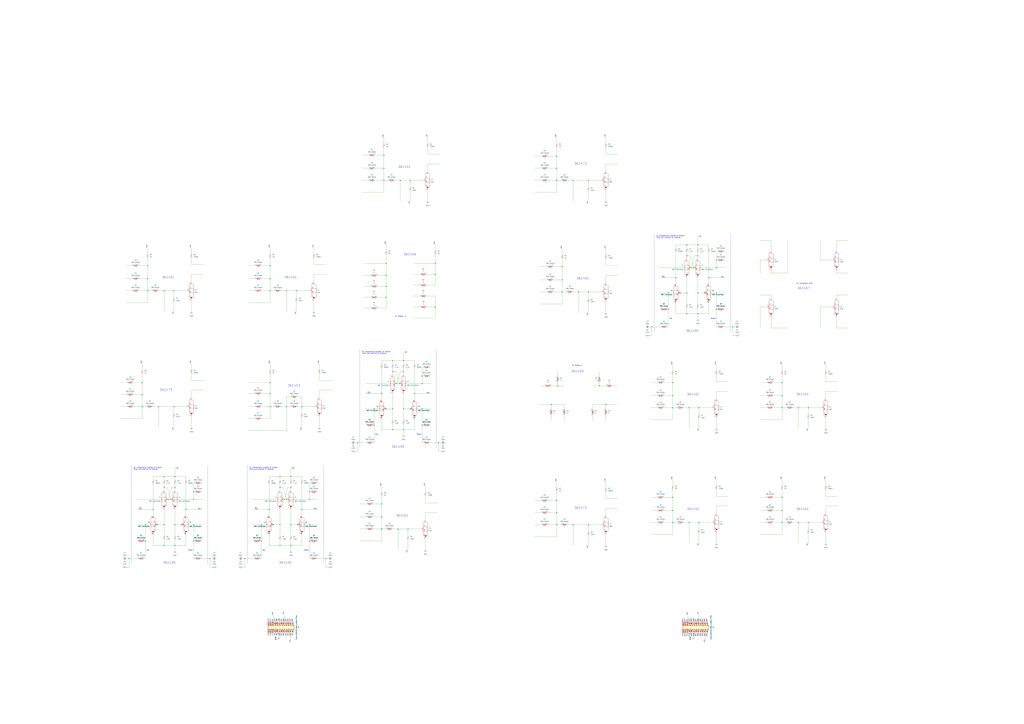
<source format=kicad_sch>
(kicad_sch (version 20211123) (generator eeschema)
  (paper "A0")
  (junction (at 195.58 580.39))
  (junction (at 781.05 444.5))
  (junction (at 415.29 514.35))
  (junction (at 781.05 473.71))
  (junction (at 359.41 609.6))
  (junction (at 810.26 297.18))
  (junction (at 461.01 445.77))
  (junction (at 811.53 607.06))
  (junction (at 646.43 581.66))
  (junction (at 908.05 607.06))
  (junction (at 468.63 474.98))
  (junction (at 448.31 320.04))
  (junction (at 831.85 359.41))
  (junction (at 797.56 340.36))
  (junction (at 781.05 577.85))
  (junction (at 337.82 553.72))
  (junction (at 683.26 339.09))
  (junction (at 313.69 323.85))
  (junction (at 647.7 448.31))
  (junction (at 210.82 609.6))
  (junction (at 927.1 607.06))
  (junction (at 190.5 337.82))
  (junction (at 908.05 577.85))
  (junction (at 781.05 607.06))
  (junction (at 908.05 459.74))
  (junction (at 325.12 609.6))
  (junction (at 671.83 339.09))
  (junction (at 781.05 459.74))
  (junction (at 313.69 472.44))
  (junction (at 683.26 209.55))
  (junction (at 505.46 306.07))
  (junction (at 149.86 648.97))
  (junction (at 224.79 580.39))
  (junction (at 476.25 209.55))
  (junction (at 468.63 419.1))
  (junction (at 462.28 614.68))
  (junction (at 359.41 628.65))
  (junction (at 203.2 566.42))
  (junction (at 831.85 311.15))
  (junction (at 171.45 337.82))
  (junction (at 784.86 322.58))
  (junction (at 448.31 306.07))
  (junction (at 789.94 340.36))
  (junction (at 177.8 591.82))
  (junction (at 811.53 473.71))
  (junction (at 337.82 633.73))
  (junction (at 332.74 472.44))
  (junction (at 215.9 591.8132))
  (junction (at 455.93 474.98))
  (junction (at 797.56 297.18))
  (junction (at 805.18 311.15))
  (junction (at 190.5 566.42))
  (junction (at 797.56 284.48))
  (junction (at 350.52 591.8132))
  (junction (at 330.2 580.39))
  (junction (at 345.44 609.6))
  (junction (at 802.64 311.15))
  (junction (at 640.08 469.9))
  (junction (at 665.48 609.6))
  (junction (at 908.05 473.71))
  (junction (at 448.31 345.44))
  (junction (at 443.23 457.2))
  (junction (at 190.5 633.73))
  (junction (at 831.85 302.26))
  (junction (at 908.05 593.09))
  (junction (at 810.26 284.48))
  (junction (at 190.5 609.6))
  (junction (at 448.31 474.98))
  (junction (at 182.88 609.6))
  (junction (at 646.43 609.6))
  (junction (at 775.97 340.36))
  (junction (at 775.97 359.41))
  (junction (at 455.93 419.1))
  (junction (at 350.52 472.44))
  (junction (at 463.55 445.77))
  (junction (at 464.82 209.55))
  (junction (at 756.92 379.73))
  (junction (at 646.43 209.55))
  (junction (at 781.05 593.09))
  (junction (at 201.93 337.82))
  (junction (at 317.5 609.6))
  (junction (at 337.82 566.42))
  (junction (at 810.26 364.49))
  (junction (at 468.63 499.11))
  (junction (at 683.26 609.6))
  (junction (at 646.43 181.61))
  (junction (at 481.33 457.1932))
  (junction (at 312.42 591.82))
  (junction (at 831.85 340.36))
  (junction (at 822.96 322.5732))
  (junction (at 165.1 458.47))
  (junction (at 313.69 444.5))
  (junction (at 203.2 609.6))
  (junction (at 652.78 309.88))
  (junction (at 168.91 609.6))
  (junction (at 850.9 379.73))
  (junction (at 243.84 648.97))
  (junction (at 652.78 325.12))
  (junction (at 938.53 473.71))
  (junction (at 171.45 308.61))
  (junction (at 337.82 609.6))
  (junction (at 646.43 595.63))
  (junction (at 190.5 553.72))
  (junction (at 490.22 436.88))
  (junction (at 908.05 444.5))
  (junction (at 652.78 339.09))
  (junction (at 938.53 607.06))
  (junction (at 332.74 580.39))
  (junction (at 490.22 474.98))
  (junction (at 443.23 600.71))
  (junction (at 445.77 209.55))
  (junction (at 434.34 494.03))
  (junction (at 378.46 648.97))
  (junction (at 665.48 209.55))
  (junction (at 165.1 472.44))
  (junction (at 797.56 364.49))
  (junction (at 165.1 444.5))
  (junction (at 313.69 308.61))
  (junction (at 224.79 571.5))
  (junction (at 284.48 648.97))
  (junction (at 224.79 628.65))
  (junction (at 224.79 609.6))
  (junction (at 359.41 580.39))
  (junction (at 313.69 337.82))
  (junction (at 455.93 431.8))
  (junction (at 810.26 340.36))
  (junction (at 332.74 337.82))
  (junction (at 476.25 474.98))
  (junction (at 198.12 580.39))
  (junction (at 203.2 633.73))
  (junction (at 344.17 337.82))
  (junction (at 800.1 607.06))
  (junction (at 325.12 553.72))
  (junction (at 434.34 474.98))
  (junction (at 201.93 472.44))
  (junction (at 509.27 514.35))
  (junction (at 203.2 553.72))
  (junction (at 303.53 609.6))
  (junction (at 646.43 195.58))
  (junction (at 443.23 585.47))
  (junction (at 443.23 614.68))
  (junction (at 505.46 318.77))
  (junction (at 171.45 323.85))
  (junction (at 303.53 628.65))
  (junction (at 325.12 566.42))
  (junction (at 468.63 431.8))
  (junction (at 473.71 614.68))
  (junction (at 325.12 633.73))
  (junction (at 455.93 499.11))
  (junction (at 445.77 180.34))
  (junction (at 800.1 473.71))
  (junction (at 448.31 332.74))
  (junction (at 490.22 445.77))
  (junction (at 505.46 356.87))
  (junction (at 490.22 494.03))
  (junction (at 695.96 448.31))
  (junction (at 313.69 457.2))
  (junction (at 184.15 472.44))
  (junction (at 359.41 571.5))
  (junction (at 445.77 195.58))
  (junction (at 168.91 628.65))
  (junction (at 927.1 473.71))
  (junction (at 703.58 469.9))
  (junction (at 817.88 340.36))
  (wire (pts (xy 908.05 593.09) (xy 897.89 593.09)))
  (wire (pts (xy 822.96 284.48) (xy 822.96 288.29)))
  (wire (pts (xy 203.2 609.6) (xy 203.2 622.3)))
  (wire (pts (xy 350.52 461.01) (xy 345.44 461.01)))
  (wire (pts (xy 312.42 562.61) (xy 312.42 591.82)))
  (wire (pts (xy 627.38 448.31) (xy 632.46 448.31)))
  (wire (pts (xy 224.79 609.6) (xy 234.95 609.6)))
  (wire (pts (xy 784.86 284.48) (xy 797.56 284.48)))
  (wire (pts (xy 468.63 474.98) (xy 468.63 487.68)))
  (wire (pts (xy 966.47 302.26) (xy 952.5 302.26)))
  (wire (pts (xy 640.08 469.9) (xy 640.08 474.98)))
  (wire (pts (xy 652.78 309.88) (xy 642.62 309.88)))
  (wire (pts (xy 683.26 609.6) (xy 683.26 617.22)))
  (wire (pts (xy 908.05 424.18) (xy 908.05 430.53)))
  (wire (pts (xy 958.85 588.01) (xy 972.82 588.01)))
  (wire (pts (xy 350.52 472.44) (xy 350.52 461.01)))
  (wire (pts (xy 496.57 199.39) (xy 496.57 190.5)))
  (polyline (pts (xy 759.46 271.78) (xy 759.46 386.08)))
  (wire (pts (xy 455.93 431.8) (xy 455.93 435.61)))
  (wire (pts (xy 927.1 631.19) (xy 927.1 607.06)))
  (wire (pts (xy 313.69 434.34) (xy 313.69 444.5)))
  (wire (pts (xy 165.1 444.5) (xy 165.1 458.47)))
  (wire (pts (xy 201.93 472.44) (xy 201.93 480.06)))
  (wire (pts (xy 797.56 293.37) (xy 797.56 297.18)))
  (wire (pts (xy 495.3 331.47) (xy 505.46 331.47)))
  (wire (pts (xy 364.49 349.25) (xy 364.49 361.95)))
  (wire (pts (xy 417.83 628.65) (xy 443.23 628.65)))
  (wire (pts (xy 215.9 591.8132) (xy 234.95 591.8132)))
  (wire (pts (xy 288.29 337.82) (xy 295.91 337.82)))
  (wire (pts (xy 448.31 306.07) (xy 448.31 295.91)))
  (wire (pts (xy 755.65 577.85) (xy 763.27 577.85)))
  (wire (pts (xy 325.12 609.6) (xy 325.12 591.82)))
  (wire (pts (xy 312.42 553.72) (xy 325.12 553.72)))
  (wire (pts (xy 332.74 337.82) (xy 344.17 337.82)))
  (wire (pts (xy 424.18 474.98) (xy 434.34 474.98)))
  (wire (pts (xy 345.44 609.6) (xy 359.41 609.6)))
  (wire (pts (xy 627.38 339.09) (xy 635 339.09)))
  (wire (pts (xy 908.05 444.5) (xy 897.89 444.5)))
  (wire (pts (xy 417.83 585.47) (xy 425.45 585.47)))
  (wire (pts (xy 337.82 553.72) (xy 337.82 557.53)))
  (wire (pts (xy 652.78 300.99) (xy 652.78 309.88)))
  (wire (pts (xy 434.34 494.03) (xy 433.07 494.03)))
  (wire (pts (xy 445.77 160.02) (xy 445.77 166.37)))
  (wire (pts (xy 784.86 284.48) (xy 784.86 288.29)))
  (wire (pts (xy 882.65 577.85) (xy 890.27 577.85)))
  (wire (pts (xy 831.85 588.01) (xy 845.82 588.01)))
  (wire (pts (xy 337.82 591.82) (xy 337.82 609.6)))
  (wire (pts (xy 621.03 209.55) (xy 628.65 209.55)))
  (wire (pts (xy 359.41 571.5) (xy 359.41 580.39)))
  (wire (pts (xy 448.31 332.74) (xy 448.31 345.44)))
  (wire (pts (xy 952.5 356.87) (xy 952.5 381)))
  (wire (pts (xy 938.53 619.76) (xy 938.53 631.19)))
  (wire (pts (xy 325.12 735.33) (xy 325.12 741.68)))
  (wire (pts (xy 468.63 431.8) (xy 464.82 431.8)))
  (wire (pts (xy 495.3 318.77) (xy 505.46 318.77)))
  (wire (pts (xy 711.2 448.31) (xy 716.28 448.31)))
  (wire (pts (xy 806.45 735.33) (xy 806.45 741.68)))
  (wire (pts (xy 368.3 571.5) (xy 369.57 571.5)))
  (wire (pts (xy 182.88 609.6) (xy 190.5 609.6)))
  (wire (pts (xy 640.08 469.9) (xy 655.32 469.9)))
  (wire (pts (xy 312.42 633.73) (xy 312.42 621.03)))
  (wire (pts (xy 203.2 553.72) (xy 203.2 557.53)))
  (wire (pts (xy 303.53 628.65) (xy 302.26 628.65)))
  (wire (pts (xy 801.37 297.18) (xy 805.18 311.15)))
  (wire (pts (xy 505.46 318.77) (xy 505.46 306.07)))
  (wire (pts (xy 971.55 368.3) (xy 971.55 381)))
  (wire (pts (xy 784.86 293.37) (xy 784.86 322.58)))
  (wire (pts (xy 154.94 472.44) (xy 165.1 472.44)))
  (wire (pts (xy 938.53 473.71) (xy 938.53 481.33)))
  (wire (pts (xy 490.22 436.88) (xy 490.22 445.77)))
  (wire (pts (xy 621.03 623.57) (xy 646.43 623.57)))
  (wire (pts (xy 171.45 299.72) (xy 171.45 308.61)))
  (wire (pts (xy 755.65 473.71) (xy 763.27 473.71)))
  (wire (pts (xy 908.05 577.85) (xy 897.89 577.85)))
  (wire (pts (xy 313.69 308.61) (xy 303.53 308.61)))
  (wire (pts (xy 797.56 297.18) (xy 801.37 297.18)))
  (wire (pts (xy 971.55 313.69) (xy 971.55 317.5)))
  (wire (pts (xy 810.26 297.18) (xy 810.26 300.99)))
  (wire (pts (xy 882.65 302.26) (xy 882.65 317.5)))
  (wire (pts (xy 468.63 410.21) (xy 468.63 419.1)))
  (wire (pts (xy 203.2 633.73) (xy 203.2 640.08)))
  (wire (pts (xy 203.2 553.72) (xy 215.9 553.72)))
  (wire (pts (xy 443.23 457.2) (xy 443.23 464.82)))
  (wire (pts (xy 621.03 581.66) (xy 628.65 581.66)))
  (wire (pts (xy 433.07 614.68) (xy 443.23 614.68)))
  (wire (pts (xy 165.1 458.47) (xy 165.1 472.44)))
  (wire (pts (xy 756.92 379.73) (xy 767.08 379.73)))
  (wire (pts (xy 334.01 566.42) (xy 330.2 580.39)))
  (wire (pts (xy 243.84 659.13) (xy 243.84 648.97)))
  (wire (pts (xy 303.53 486.41) (xy 313.69 486.41)))
  (wire (pts (xy 509.27 524.51) (xy 509.27 514.35)))
  (wire (pts (xy 364.49 299.72) (xy 364.49 307.34)))
  (wire (pts (xy 190.5 337.82) (xy 201.93 337.82)))
  (wire (pts (xy 775.97 340.36) (xy 789.94 340.36)))
  (wire (pts (xy 443.23 600.71) (xy 433.07 600.71)))
  (wire (pts (xy 445.77 223.52) (xy 445.77 209.55)))
  (wire (pts (xy 797.56 364.49) (xy 784.86 364.49)))
  (wire (pts (xy 190.5 609.6) (xy 190.5 622.3)))
  (wire (pts (xy 908.05 593.09) (xy 908.05 607.06)))
  (wire (pts (xy 494.03 565.15) (xy 494.03 571.5)))
  (wire (pts (xy 443.23 576.58) (xy 443.23 585.47)))
  (wire (pts (xy 455.93 492.76) (xy 455.93 499.11)))
  (wire (pts (xy 494.03 595.63) (xy 508 595.63)))
  (wire (pts (xy 344.17 337.82) (xy 344.17 345.44)))
  (wire (pts (xy 810.26 340.36) (xy 810.26 353.06)))
  (wire (pts (xy 203.2 609.6) (xy 210.82 609.6)))
  (wire (pts (xy 490.22 445.77) (xy 500.38 445.77)))
  (wire (pts (xy 359.41 628.65) (xy 360.68 628.65)))
  (wire (pts (xy 665.48 209.55) (xy 683.26 209.55)))
  (wire (pts (xy 468.63 427.99) (xy 468.63 431.8)))
  (wire (pts (xy 683.26 339.09) (xy 683.26 346.71)))
  (wire (pts (xy 435.61 209.55) (xy 445.77 209.55)))
  (wire (pts (xy 490.22 514.35) (xy 491.49 514.35)))
  (wire (pts (xy 417.83 614.68) (xy 425.45 614.68)))
  (wire (pts (xy 895.35 313.69) (xy 895.35 317.5)))
  (wire (pts (xy 806.45 297.18) (xy 802.64 311.15)))
  (wire (pts (xy 652.78 325.12) (xy 652.78 339.09)))
  (wire (pts (xy 646.43 581.66) (xy 646.43 595.63)))
  (wire (pts (xy 646.43 623.57) (xy 646.43 609.6)))
  (wire (pts (xy 496.57 171.45) (xy 496.57 179.07)))
  (wire (pts (xy 781.05 444.5) (xy 781.05 459.74)))
  (wire (pts (xy 455.93 474.98) (xy 455.93 457.2)))
  (wire (pts (xy 313.69 457.2) (xy 313.69 472.44)))
  (wire (pts (xy 312.42 591.82) (xy 312.42 599.44)))
  (wire (pts (xy 781.05 593.09) (xy 781.05 607.06)))
  (wire (pts (xy 797.56 297.18) (xy 797.56 300.99)))
  (wire (pts (xy 831.85 292.1) (xy 833.12 292.1)))
  (wire (pts (xy 434.34 494.03) (xy 434.34 514.35)))
  (wire (pts (xy 149.86 659.13) (xy 149.86 648.97)))
  (wire (pts (xy 337.82 553.72) (xy 350.52 553.72)))
  (wire (pts (xy 505.46 284.48) (xy 505.46 290.83)))
  (wire (pts (xy 438.15 332.74) (xy 448.31 332.74)))
  (wire (pts (xy 490.22 426.72) (xy 490.22 436.88)))
  (wire (pts (xy 882.65 356.87) (xy 890.27 356.87)))
  (wire (pts (xy 775.97 379.73) (xy 774.7 379.73)))
  (wire (pts (xy 810.26 364.49) (xy 797.56 364.49)))
  (wire (pts (xy 831.85 557.53) (xy 831.85 563.88)))
  (wire (pts (xy 890.27 302.26) (xy 882.65 302.26)))
  (wire (pts (xy 695.96 448.31) (xy 688.34 448.31)))
  (wire (pts (xy 882.65 473.71) (xy 890.27 473.71)))
  (wire (pts (xy 755.65 593.09) (xy 763.27 593.09)))
  (wire (pts (xy 895.35 292.1) (xy 895.35 279.4)))
  (wire (pts (xy 703.58 160.02) (xy 703.58 166.37)))
  (wire (pts (xy 215.9 562.61) (xy 215.9 591.8132)))
  (wire (pts (xy 344.17 337.82) (xy 359.41 337.82)))
  (wire (pts (xy 313.69 472.44) (xy 303.53 472.44)))
  (wire (pts (xy 781.05 459.74) (xy 781.05 473.71)))
  (wire (pts (xy 831.85 596.9) (xy 831.85 588.01)))
  (wire (pts (xy 781.05 621.03) (xy 781.05 607.06)))
  (wire (pts (xy 364.49 318.77) (xy 378.46 318.77)))
  (wire (pts (xy 897.89 473.71) (xy 908.05 473.71)))
  (wire (pts (xy 703.58 621.03) (xy 703.58 633.73)))
  (wire (pts (xy 646.43 571.5) (xy 646.43 581.66)))
  (wire (pts (xy 655.32 474.98) (xy 655.32 469.9)))
  (wire (pts (xy 149.86 648.97) (xy 160.02 648.97)))
  (wire (pts (xy 481.33 486.41) (xy 481.33 499.11)))
  (wire (pts (xy 332.74 500.38) (xy 288.29 500.38)))
  (wire (pts (xy 344.17 350.52) (xy 344.17 361.95)))
  (wire (pts (xy 203.2 562.61) (xy 203.2 566.42)))
  (wire (pts (xy 895.35 368.3) (xy 895.35 381)))
  (wire (pts (xy 496.57 220.98) (xy 496.57 233.68)))
  (wire (pts (xy 958.85 424.18) (xy 958.85 430.53)))
  (wire (pts (xy 364.49 288.29) (xy 364.49 294.64)))
  (wire (pts (xy 424.18 445.77) (xy 461.01 445.77)))
  (wire (pts (xy 797.56 340.36) (xy 797.56 353.06)))
  (wire (pts (xy 293.37 609.6) (xy 303.53 609.6)))
  (wire (pts (xy 914.4 317.5) (xy 914.4 279.4)))
  (wire (pts (xy 332.74 472.44) (xy 332.74 500.38)))
  (wire (pts (xy 476.25 209.55) (xy 491.49 209.55)))
  (wire (pts (xy 313.69 444.5) (xy 313.69 457.2)))
  (wire (pts (xy 445.77 171.45) (xy 445.77 180.34)))
  (wire (pts (xy 233.68 648.97) (xy 243.84 648.97)))
  (wire (pts (xy 781.05 557.53) (xy 781.05 563.88)))
  (wire (pts (xy 831.85 454.66) (xy 845.82 454.66)))
  (wire (pts (xy 158.75 580.39) (xy 195.58 580.39)))
  (wire (pts (xy 490.22 494.03) (xy 490.22 514.35)))
  (wire (pts (xy 797.56 284.48) (xy 810.26 284.48)))
  (wire (pts (xy 168.91 609.6) (xy 182.88 609.6)))
  (wire (pts (xy 443.23 628.65) (xy 443.23 614.68)))
  (wire (pts (xy 443.23 427.99) (xy 443.23 457.2)))
  (wire (pts (xy 703.58 220.98) (xy 703.58 233.68)))
  (wire (pts (xy 490.22 426.72) (xy 491.49 426.72)))
  (wire (pts (xy 665.48 609.6) (xy 683.26 609.6)))
  (wire (pts (xy 480.06 344.17) (xy 487.68 344.17)))
  (wire (pts (xy 511.81 524.51) (xy 509.27 524.51)))
  (wire (pts (xy 831.85 379.73) (xy 833.12 379.73)))
  (wire (pts (xy 811.53 619.76) (xy 811.53 631.19)))
  (wire (pts (xy 171.45 351.79) (xy 171.45 337.82)))
  (wire (pts (xy 665.48 209.55) (xy 665.48 233.68)))
  (wire (pts (xy 313.69 323.85) (xy 303.53 323.85)))
  (wire (pts (xy 831.85 568.96) (xy 831.85 576.58)))
  (wire (pts (xy 781.05 607.06) (xy 786.13 607.06)))
  (wire (pts (xy 468.63 457.2) (xy 468.63 474.98)))
  (wire (pts (xy 671.83 363.22) (xy 671.83 339.09)))
  (wire (pts (xy 422.91 358.14) (xy 430.53 358.14)))
  (wire (pts (xy 330.2 715.01) (xy 330.2 722.63)))
  (wire (pts (xy 895.35 381) (xy 914.4 381)))
  (wire (pts (xy 671.83 339.09) (xy 683.26 339.09)))
  (wire (pts (xy 958.85 443.23) (xy 972.82 443.23)))
  (wire (pts (xy 927.1 607.06) (xy 938.53 607.06)))
  (wire (pts (xy 337.82 735.33) (xy 337.82 742.95)))
  (wire (pts (xy 971.55 317.5) (xy 984.25 317.5)))
  (wire (pts (xy 443.23 600.71) (xy 443.23 614.68)))
  (wire (pts (xy 443.23 565.15) (xy 443.23 571.5)))
  (wire (pts (xy 139.7 458.47) (xy 147.32 458.47)))
  (wire (pts (xy 359.41 561.34) (xy 359.41 571.5)))
  (wire (pts (xy 770.89 607.06) (xy 781.05 607.06)))
  (wire (pts (xy 695.96 444.5) (xy 695.96 448.31)))
  (wire (pts (xy 499.11 514.35) (xy 509.27 514.35)))
  (wire (pts (xy 646.43 195.58) (xy 646.43 209.55)))
  (wire (pts (xy 781.05 487.68) (xy 781.05 473.71)))
  (wire (pts (xy 770.89 473.71) (xy 781.05 473.71)))
  (wire (pts (xy 703.58 320.04) (xy 717.55 320.04)))
  (wire (pts (xy 647.7 444.5) (xy 647.7 448.31)))
  (wire (pts (xy 621.03 609.6) (xy 628.65 609.6)))
  (wire (pts (xy 434.34 474.98) (xy 434.34 494.03)))
  (wire (pts (xy 303.53 609.6) (xy 303.53 628.65)))
  (wire (pts (xy 703.58 289.56) (xy 703.58 295.91)))
  (wire (pts (xy 281.94 659.13) (xy 284.48 659.13)))
  (wire (pts (xy 168.91 648.97) (xy 167.64 648.97)))
  (wire (pts (xy 703.58 300.99) (xy 703.58 308.61)))
  (wire (pts (xy 177.8 553.72) (xy 190.5 553.72)))
  (wire (pts (xy 325.12 566.42) (xy 325.12 570.23)))
  (wire (pts (xy 194.31 566.42) (xy 198.12 580.39)))
  (wire (pts (xy 683.26 609.6) (xy 698.5 609.6)))
  (wire (pts (xy 646.43 181.61) (xy 636.27 181.61)))
  (wire (pts (xy 476.25 209.55) (xy 476.25 217.17)))
  (wire (pts (xy 822.96 293.37) (xy 822.96 322.5732)))
  (wire (pts (xy 222.25 288.29) (xy 222.25 294.64)))
  (wire (pts (xy 481.33 457.1932) (xy 481.33 464.82)))
  (wire (pts (xy 831.85 359.41) (xy 833.12 359.41)))
  (wire (pts (xy 222.25 462.28) (xy 222.25 453.39)))
  (wire (pts (xy 703.58 199.39) (xy 703.58 190.5)))
  (wire (pts (xy 683.26 622.3) (xy 683.26 633.73)))
  (wire (pts (xy 325.12 609.6) (xy 325.12 622.3)))
  (wire (pts (xy 971.55 292.1) (xy 971.55 279.4)))
  (wire (pts (xy 659.13 609.6) (xy 665.48 609.6)))
  (wire (pts (xy 455.93 431.8) (xy 459.74 431.8)))
  (wire (pts (xy 627.38 353.06) (xy 652.78 353.06)))
  (wire (pts (xy 805.18 311.15) (xy 831.85 311.15)))
  (wire (pts (xy 908.05 568.96) (xy 908.05 577.85)))
  (wire (pts (xy 496.57 179.07) (xy 510.54 179.07)))
  (wire (pts (xy 455.93 499.11) (xy 443.23 499.11)))
  (wire (pts (xy 646.43 209.55) (xy 651.51 209.55)))
  (wire (pts (xy 646.43 560.07) (xy 646.43 566.42)))
  (wire (pts (xy 853.44 389.89) (xy 850.9 389.89)))
  (wire (pts (xy 464.82 209.55) (xy 476.25 209.55)))
  (wire (pts (xy 480.06 369.57) (xy 505.46 369.57)))
  (wire (pts (xy 971.55 279.4) (xy 984.25 279.4)))
  (wire (pts (xy 958.85 435.61) (xy 958.85 443.23)))
  (wire (pts (xy 882.65 593.09) (xy 890.27 593.09)))
  (wire (pts (xy 480.06 306.07) (xy 505.46 306.07)))
  (wire (pts (xy 908.05 444.5) (xy 908.05 459.74)))
  (wire (pts (xy 288.29 351.79) (xy 313.69 351.79)))
  (wire (pts (xy 655.32 482.6) (xy 655.32 488.95)))
  (wire (pts (xy 647.7 448.31) (xy 655.32 448.31)))
  (wire (pts (xy 908.05 487.68) (xy 908.05 473.71)))
  (wire (pts (xy 222.25 318.77) (xy 236.22 318.77)))
  (wire (pts (xy 313.69 351.79) (xy 313.69 337.82)))
  (wire (pts (xy 288.29 444.5) (xy 313.69 444.5)))
  (wire (pts (xy 224.79 571.5) (xy 224.79 580.39)))
  (wire (pts (xy 146.05 308.61) (xy 153.67 308.61)))
  (wire (pts (xy 810.26 284.48) (xy 810.26 288.29)))
  (wire (pts (xy 800.1 607.06) (xy 811.53 607.06)))
  (wire (pts (xy 895.35 342.9) (xy 895.35 346.71)))
  (wire (pts (xy 415.29 514.35) (xy 425.45 514.35)))
  (wire (pts (xy 161.29 337.82) (xy 171.45 337.82)))
  (wire (pts (xy 775.97 359.41) (xy 775.97 379.73)))
  (wire (pts (xy 505.46 369.57) (xy 505.46 356.87)))
  (wire (pts (xy 215.9 553.72) (xy 215.9 557.53)))
  (wire (pts (xy 313.69 308.61) (xy 313.69 323.85)))
  (wire (pts (xy 831.85 463.55) (xy 831.85 454.66)))
  (wire (pts (xy 468.63 492.76) (xy 468.63 499.11)))
  (wire (pts (xy 455.93 427.99) (xy 455.93 431.8)))
  (wire (pts (xy 831.85 443.23) (xy 845.82 443.23)))
  (wire (pts (xy 703.58 350.52) (xy 703.58 363.22)))
  (wire (pts (xy 350.52 621.03) (xy 350.52 633.73)))
  (wire (pts (xy 652.78 309.88) (xy 652.78 325.12)))
  (polyline (pts (xy 287.02 541.02) (xy 287.02 655.32)))
  (wire (pts (xy 303.53 337.82) (xy 313.69 337.82)))
  (wire (pts (xy 646.43 160.02) (xy 646.43 166.37)))
  (wire (pts (xy 337.82 544.83) (xy 337.82 553.72)))
  (wire (pts (xy 703.58 171.45) (xy 703.58 179.07)))
  (wire (pts (xy 781.05 577.85) (xy 770.89 577.85)))
  (wire (pts (xy 831.85 340.36) (xy 842.01 340.36)))
  (wire (pts (xy 627.38 309.88) (xy 635 309.88)))
  (polyline (pts (xy 152.4 541.02) (xy 152.4 655.32)))
  (wire (pts (xy 462.28 614.68) (xy 473.71 614.68)))
  (wire (pts (xy 350.52 553.72) (xy 350.52 557.53)))
  (wire (pts (xy 443.23 585.47) (xy 433.07 585.47)))
  (wire (pts (xy 165.1 472.44) (xy 170.18 472.44)))
  (wire (pts (xy 509.27 514.35) (xy 511.81 514.35)))
  (wire (pts (xy 332.74 461.01) (xy 332.74 472.44)))
  (wire (pts (xy 810.26 364.49) (xy 810.26 370.84)))
  (wire (pts (xy 494.03 584.2) (xy 508 584.2)))
  (wire (pts (xy 636.27 209.55) (xy 646.43 209.55)))
  (wire (pts (xy 243.84 648.97) (xy 246.38 648.97)))
  (wire (pts (xy 284.48 648.97) (xy 281.94 648.97)))
  (wire (pts (xy 938.53 486.41) (xy 938.53 497.84)))
  (wire (pts (xy 882.65 487.68) (xy 908.05 487.68)))
  (wire (pts (xy 420.37 223.52) (xy 445.77 223.52)))
  (wire (pts (xy 350.52 591.8132) (xy 369.57 591.8132)))
  (wire (pts (xy 332.74 580.39) (xy 359.41 580.39)))
  (wire (pts (xy 882.65 607.06) (xy 890.27 607.06)))
  (wire (pts (xy 328.93 566.42) (xy 332.74 580.39)))
  (wire (pts (xy 652.78 325.12) (xy 642.62 325.12)))
  (wire (pts (xy 927.1 497.84) (xy 927.1 473.71)))
  (wire (pts (xy 201.93 485.14) (xy 201.93 496.57)))
  (wire (pts (xy 646.43 171.45) (xy 646.43 181.61)))
  (wire (pts (xy 443.23 585.47) (xy 443.23 600.71)))
  (wire (pts (xy 326.39 472.44) (xy 332.74 472.44)))
  (wire (pts (xy 621.03 181.61) (xy 628.65 181.61)))
  (wire (pts (xy 224.79 561.34) (xy 224.79 571.5)))
  (wire (pts (xy 364.49 327.66) (xy 364.49 318.77)))
  (wire (pts (xy 445.77 180.34) (xy 435.61 180.34)))
  (wire (pts (xy 468.63 499.11) (xy 468.63 505.46)))
  (wire (pts (xy 222.25 349.25) (xy 222.25 361.95)))
  (wire (pts (xy 370.84 462.28) (xy 370.84 453.39)))
  (wire (pts (xy 781.05 577.85) (xy 781.05 593.09)))
  (wire (pts (xy 908.05 459.74) (xy 897.89 459.74)))
  (wire (pts (xy 958.85 485.14) (xy 958.85 497.84)))
  (wire (pts (xy 938.53 607.06) (xy 938.53 614.68)))
  (wire (pts (xy 811.53 486.41) (xy 811.53 497.84)))
  (wire (pts (xy 464.82 431.8) (xy 461.01 445.77)))
  (wire (pts (xy 908.05 557.53) (xy 908.05 563.88)))
  (wire (pts (xy 800.1 497.84) (xy 800.1 473.71)))
  (wire (pts (xy 222.25 299.72) (xy 222.25 307.34)))
  (wire (pts (xy 800.1 473.71) (xy 811.53 473.71)))
  (wire (pts (xy 224.79 571.5) (xy 226.06 571.5)))
  (wire (pts (xy 313.69 337.82) (xy 318.77 337.82)))
  (wire (pts (xy 215.9 621.03) (xy 215.9 633.73)))
  (wire (pts (xy 417.83 600.71) (xy 425.45 600.71)))
  (wire (pts (xy 468.63 419.1) (xy 468.63 422.91)))
  (wire (pts (xy 184.15 472.44) (xy 184.15 496.57)))
  (wire (pts (xy 652.78 339.09) (xy 657.86 339.09)))
  (wire (pts (xy 359.41 609.6) (xy 369.57 609.6)))
  (wire (pts (xy 368.3 561.34) (xy 369.57 561.34)))
  (wire (pts (xy 443.23 499.11) (xy 443.23 486.41)))
  (wire (pts (xy 313.69 422.91) (xy 313.69 429.26)))
  (wire (pts (xy 927.1 473.71) (xy 938.53 473.71)))
  (wire (pts (xy 831.85 340.36) (xy 831.85 359.41)))
  (wire (pts (xy 171.45 323.85) (xy 161.29 323.85)))
  (wire (pts (xy 438.15 320.04) (xy 448.31 320.04)))
  (wire (pts (xy 908.05 459.74) (xy 908.05 473.71)))
  (wire (pts (xy 370.84 422.91) (xy 370.84 429.26)))
  (wire (pts (xy 897.89 607.06) (xy 908.05 607.06)))
  (wire (pts (xy 703.58 590.55) (xy 717.55 590.55)))
  (wire (pts (xy 139.7 444.5) (xy 147.32 444.5)))
  (wire (pts (xy 233.68 571.5) (xy 234.95 571.5)))
  (wire (pts (xy 171.45 337.82) (xy 176.53 337.82)))
  (wire (pts (xy 177.8 553.72) (xy 177.8 557.53)))
  (wire (pts (xy 793.75 473.71) (xy 800.1 473.71)))
  (polyline (pts (xy 241.3 541.02) (xy 241.3 655.32)))
  (wire (pts (xy 313.69 486.41) (xy 313.69 472.44)))
  (wire (pts (xy 495.3 356.87) (xy 505.46 356.87)))
  (wire (pts (xy 303.53 628.65) (xy 303.53 648.97)))
  (wire (pts (xy 495.3 344.17) (xy 505.46 344.17)))
  (wire (pts (xy 359.41 609.6) (xy 359.41 628.65)))
  (wire (pts (xy 313.69 472.44) (xy 318.77 472.44)))
  (wire (pts (xy 337.82 609.6) (xy 345.44 609.6)))
  (wire (pts (xy 378.46 648.97) (xy 381 648.97)))
  (wire (pts (xy 147.32 659.13) (xy 149.86 659.13)))
  (wire (pts (xy 775.97 359.41) (xy 774.7 359.41)))
  (wire (pts (xy 422.91 320.04) (xy 430.53 320.04)))
  (wire (pts (xy 325.12 553.72) (xy 337.82 553.72)))
  (wire (pts (xy 817.88 340.36) (xy 831.85 340.36)))
  (wire (pts (xy 505.46 331.47) (xy 505.46 318.77)))
  (wire (pts (xy 445.77 180.34) (xy 445.77 195.58)))
  (wire (pts (xy 938.53 607.06) (xy 953.77 607.06)))
  (wire (pts (xy 288.29 457.2) (xy 295.91 457.2)))
  (wire (pts (xy 481.33 427.99) (xy 481.33 457.1932)))
  (wire (pts (xy 222.25 453.39) (xy 236.22 453.39)))
  (wire (pts (xy 381 659.13) (xy 378.46 659.13)))
  (wire (pts (xy 755.65 459.74) (xy 763.27 459.74)))
  (wire (pts (xy 659.13 209.55) (xy 665.48 209.55)))
  (wire (pts (xy 424.18 457.2) (xy 443.23 457.2)))
  (wire (pts (xy 765.81 322.58) (xy 784.86 322.58)))
  (wire (pts (xy 480.06 331.47) (xy 487.68 331.47)))
  (wire (pts (xy 822.96 322.5732) (xy 822.96 330.2)))
  (wire (pts (xy 288.29 308.61) (xy 295.91 308.61)))
  (wire (pts (xy 831.85 435.61) (xy 831.85 443.23)))
  (wire (pts (xy 443.23 419.1) (xy 443.23 422.91)))
  (wire (pts (xy 325.12 627.38) (xy 325.12 633.73)))
  (wire (pts (xy 350.52 472.44) (xy 365.76 472.44)))
  (wire (pts (xy 222.25 441.96) (xy 236.22 441.96)))
  (wire (pts (xy 938.53 473.71) (xy 953.77 473.71)))
  (wire (pts (xy 781.05 435.61) (xy 781.05 444.5)))
  (wire (pts (xy 443.23 419.1) (xy 455.93 419.1)))
  (wire (pts (xy 288.29 486.41) (xy 295.91 486.41)))
  (wire (pts (xy 337.82 627.38) (xy 337.82 633.73)))
  (wire (pts (xy 908.05 473.71) (xy 913.13 473.71)))
  (wire (pts (xy 840.74 302.26) (xy 842.01 302.26)))
  (wire (pts (xy 646.43 609.6) (xy 651.51 609.6)))
  (wire (pts (xy 646.43 595.63) (xy 636.27 595.63)))
  (wire (pts (xy 139.7 486.41) (xy 165.1 486.41)))
  (wire (pts (xy 895.35 317.5) (xy 914.4 317.5)))
  (wire (pts (xy 455.93 614.68) (xy 462.28 614.68)))
  (wire (pts (xy 215.9 591.8132) (xy 215.9 599.44)))
  (wire (pts (xy 203.2 633.73) (xy 190.5 633.73)))
  (wire (pts (xy 665.48 609.6) (xy 665.48 633.73)))
  (wire (pts (xy 784.86 364.49) (xy 784.86 351.79)))
  (wire (pts (xy 646.43 195.58) (xy 636.27 195.58)))
  (wire (pts (xy 784.86 322.58) (xy 784.86 330.2)))
  (wire (pts (xy 438.15 358.14) (xy 448.31 358.14)))
  (wire (pts (xy 908.05 435.61) (xy 908.05 444.5)))
  (wire (pts (xy 332.74 472.44) (xy 337.82 472.44)))
  (wire (pts (xy 201.93 350.52) (xy 201.93 361.95)))
  (wire (pts (xy 971.55 342.9) (xy 984.25 342.9)))
  (wire (pts (xy 190.5 566.42) (xy 194.31 566.42)))
  (wire (pts (xy 703.58 560.07) (xy 703.58 566.42)))
  (wire (pts (xy 665.48 339.09) (xy 671.83 339.09)))
  (wire (pts (xy 350.52 562.61) (xy 350.52 591.8132)))
  (wire (pts (xy 149.86 648.97) (xy 147.32 648.97)))
  (wire (pts (xy 177.8 472.44) (xy 184.15 472.44)))
  (wire (pts (xy 198.12 580.39) (xy 224.79 580.39)))
  (wire (pts (xy 455.93 419.1) (xy 455.93 422.91)))
  (wire (pts (xy 203.2 566.42) (xy 199.39 566.42)))
  (wire (pts (xy 326.39 337.82) (xy 332.74 337.82)))
  (wire (pts (xy 754.38 389.89) (xy 756.92 389.89)))
  (wire (pts (xy 146.05 337.82) (xy 153.67 337.82)))
  (wire (pts (xy 755.65 607.06) (xy 763.27 607.06)))
  (wire (pts (xy 647.7 431.8) (xy 647.7 436.88)))
  (wire (pts (xy 490.22 436.88) (xy 491.49 436.88)))
  (wire (pts (xy 177.8 562.61) (xy 177.8 591.82)))
  (wire (pts (xy 468.63 419.1) (xy 481.33 419.1)))
  (wire (pts (xy 810.26 297.18) (xy 806.45 297.18)))
  (wire (pts (xy 831.85 618.49) (xy 831.85 631.19)))
  (wire (pts (xy 422.91 306.07) (xy 448.31 306.07)))
  (wire (pts (xy 168.91 609.6) (xy 168.91 628.65)))
  (wire (pts (xy 882.65 342.9) (xy 895.35 342.9)))
  (wire (pts (xy 703.58 599.44) (xy 703.58 590.55)))
  (wire (pts (xy 781.05 444.5) (xy 770.89 444.5)))
  (wire (pts (xy 490.22 474.98) (xy 490.22 494.03)))
  (wire (pts (xy 325.12 562.61) (xy 325.12 566.42)))
  (wire (pts (xy 293.37 591.82) (xy 312.42 591.82)))
  (wire (pts (xy 797.56 284.48) (xy 797.56 288.29)))
  (wire (pts (xy 831.85 292.1) (xy 831.85 302.26)))
  (wire (pts (xy 819.15 735.33) (xy 819.15 742.95)))
  (wire (pts (xy 171.45 308.61) (xy 161.29 308.61)))
  (wire (pts (xy 201.93 337.82) (xy 217.17 337.82)))
  (wire (pts (xy 822.96 322.5732) (xy 842.01 322.5732)))
  (wire (pts (xy 810.26 358.14) (xy 810.26 364.49)))
  (wire (pts (xy 445.77 209.55) (xy 450.85 209.55)))
  (wire (pts (xy 345.44 472.44) (xy 350.52 472.44)))
  (wire (pts (xy 810.26 275.59) (xy 810.26 284.48)))
  (wire (pts (xy 146.05 323.85) (xy 153.67 323.85)))
  (wire (pts (xy 505.46 344.17) (xy 505.46 356.87)))
  (wire (pts (xy 882.65 459.74) (xy 890.27 459.74)))
  (wire (pts (xy 190.5 361.95) (xy 190.5 337.82)))
  (wire (pts (xy 652.78 353.06) (xy 652.78 339.09)))
  (wire (pts (xy 640.08 448.31) (xy 647.7 448.31)))
  (wire (pts (xy 415.29 524.51) (xy 415.29 514.35)))
  (wire (pts (xy 683.26 209.55) (xy 698.5 209.55)))
  (wire (pts (xy 222.25 483.87) (xy 222.25 496.57)))
  (wire (pts (xy 438.15 345.44) (xy 448.31 345.44)))
  (wire (pts (xy 313.69 288.29) (xy 313.69 294.64)))
  (wire (pts (xy 359.41 628.65) (xy 359.41 648.97)))
  (wire (pts (xy 190.5 633.73) (xy 177.8 633.73)))
  (wire (pts (xy 822.96 351.79) (xy 822.96 364.49)))
  (wire (pts (xy 800.1 631.19) (xy 800.1 607.06)))
  (wire (pts (xy 966.47 356.87) (xy 952.5 356.87)))
  (wire (pts (xy 337.82 566.42) (xy 334.01 566.42)))
  (wire (pts (xy 473.71 614.68) (xy 488.95 614.68)))
  (wire (pts (xy 317.5 715.01) (xy 317.5 722.63)))
  (wire (pts (xy 332.74 361.95) (xy 332.74 337.82)))
  (wire (pts (xy 958.85 454.66) (xy 972.82 454.66)))
  (polyline (pts (xy 506.73 406.4) (xy 506.73 520.7)))
  (wire (pts (xy 293.37 580.39) (xy 330.2 580.39)))
  (wire (pts (xy 448.31 345.44) (xy 448.31 358.14)))
  (wire (pts (xy 337.82 633.73) (xy 337.82 640.08)))
  (wire (pts (xy 646.43 181.61) (xy 646.43 195.58)))
  (wire (pts (xy 445.77 195.58) (xy 435.61 195.58)))
  (wire (pts (xy 621.03 223.52) (xy 646.43 223.52)))
  (wire (pts (xy 284.48 659.13) (xy 284.48 648.97)))
  (wire (pts (xy 683.26 339.09) (xy 698.5 339.09)))
  (wire (pts (xy 703.58 579.12) (xy 717.55 579.12)))
  (wire (pts (xy 895.35 279.4) (xy 882.65 279.4)))
  (wire (pts (xy 222.25 422.91) (xy 222.25 429.26)))
  (wire (pts (xy 165.1 444.5) (xy 154.94 444.5)))
  (wire (pts (xy 756.92 379.73) (xy 754.38 379.73)))
  (wire (pts (xy 190.5 566.42) (xy 190.5 570.23)))
  (wire (pts (xy 640.08 482.6) (xy 640.08 488.95)))
  (wire (pts (xy 476.25 474.98) (xy 490.22 474.98)))
  (wire (pts (xy 224.79 609.6) (xy 224.79 628.65)))
  (wire (pts (xy 621.03 595.63) (xy 628.65 595.63)))
  (wire (pts (xy 168.91 628.65) (xy 168.91 648.97)))
  (wire (pts (xy 840.74 292.1) (xy 842.01 292.1)))
  (wire (pts (xy 703.58 179.07) (xy 717.55 179.07)))
  (wire (pts (xy 313.69 323.85) (xy 313.69 337.82)))
  (wire (pts (xy 882.65 381) (xy 882.65 356.87)))
  (wire (pts (xy 473.71 614.68) (xy 473.71 622.3)))
  (wire (pts (xy 210.82 609.6) (xy 224.79 609.6)))
  (wire (pts (xy 190.5 562.61) (xy 190.5 566.42)))
  (wire (pts (xy 703.58 571.5) (xy 703.58 579.12)))
  (wire (pts (xy 765.81 340.36) (xy 775.97 340.36)))
  (wire (pts (xy 481.33 419.1) (xy 481.33 422.91)))
  (wire (pts (xy 798.83 715.01) (xy 798.83 722.63)))
  (wire (pts (xy 337.82 609.6) (xy 337.82 622.3)))
  (wire (pts (xy 222.25 327.66) (xy 222.25 318.77)))
  (wire (pts (xy 370.84 453.39) (xy 384.81 453.39)))
  (wire (pts (xy 350.52 591.8132) (xy 350.52 599.44)))
  (wire (pts (xy 350.52 633.73) (xy 337.82 633.73)))
  (wire (pts (xy 288.29 472.44) (xy 295.91 472.44)))
  (wire (pts (xy 378.46 659.13) (xy 378.46 648.97)))
  (wire (pts (xy 368.3 648.97) (xy 378.46 648.97)))
  (wire (pts (xy 171.45 323.85) (xy 171.45 337.82)))
  (wire (pts (xy 177.8 591.82) (xy 177.8 599.44)))
  (wire (pts (xy 627.38 469.9) (xy 640.08 469.9)))
  (wire (pts (xy 490.22 474.98) (xy 500.38 474.98)))
  (wire (pts (xy 359.41 571.5) (xy 360.68 571.5)))
  (wire (pts (xy 952.5 302.26) (xy 952.5 279.4)))
  (wire (pts (xy 224.79 561.34) (xy 226.06 561.34)))
  (wire (pts (xy 636.27 609.6) (xy 646.43 609.6)))
  (wire (pts (xy 412.75 524.51) (xy 415.29 524.51)))
  (wire (pts (xy 811.53 607.06) (xy 826.77 607.06)))
  (wire (pts (xy 464.82 233.68) (xy 464.82 209.55)))
  (wire (pts (xy 359.41 561.34) (xy 360.68 561.34)))
  (wire (pts (xy 370.84 441.96) (xy 384.81 441.96)))
  (wire (pts (xy 146.05 351.79) (xy 171.45 351.79)))
  (wire (pts (xy 468.63 474.98) (xy 476.25 474.98)))
  (wire (pts (xy 755.65 621.03) (xy 781.05 621.03)))
  (wire (pts (xy 481.33 457.1932) (xy 500.38 457.1932)))
  (wire (pts (xy 781.05 473.71) (xy 786.13 473.71)))
  (wire (pts (xy 496.57 160.02) (xy 496.57 166.37)))
  (wire (pts (xy 775.97 340.36) (xy 775.97 359.41)))
  (wire (pts (xy 224.79 580.39) (xy 234.95 580.39)))
  (wire (pts (xy 755.65 487.68) (xy 781.05 487.68)))
  (wire (pts (xy 850.9 389.89) (xy 850.9 379.73)))
  (wire (pts (xy 494.03 604.52) (xy 494.03 595.63)))
  (wire (pts (xy 781.05 424.18) (xy 781.05 430.53)))
  (wire (pts (xy 683.26 222.25) (xy 683.26 233.68)))
  (wire (pts (xy 652.78 289.56) (xy 652.78 295.91)))
  (wire (pts (xy 224.79 628.65) (xy 224.79 648.97)))
  (wire (pts (xy 313.69 299.72) (xy 313.69 308.61)))
  (wire (pts (xy 415.29 514.35) (xy 412.75 514.35)))
  (wire (pts (xy 445.77 195.58) (xy 445.77 209.55)))
  (wire (pts (xy 811.53 473.71) (xy 811.53 481.33)))
  (wire (pts (xy 494.03 576.58) (xy 494.03 584.2)))
  (wire (pts (xy 480.06 318.77) (xy 487.68 318.77)))
  (wire (pts (xy 359.41 580.39) (xy 369.57 580.39)))
  (wire (pts (xy 765.81 311.15) (xy 802.64 311.15)))
  (wire (pts (xy 158.75 591.82) (xy 177.8 591.82)))
  (wire (pts (xy 448.31 474.98) (xy 455.93 474.98)))
  (wire (pts (xy 797.56 340.36) (xy 797.56 322.58)))
  (wire (pts (xy 621.03 195.58) (xy 628.65 195.58)))
  (wire (pts (xy 496.57 190.5) (xy 510.54 190.5)))
  (wire (pts (xy 455.93 419.1) (xy 468.63 419.1)))
  (wire (pts (xy 171.45 308.61) (xy 171.45 323.85)))
  (wire (pts (xy 420.37 209.55) (xy 427.99 209.55)))
  (wire (pts (xy 224.79 648.97) (xy 226.06 648.97)))
  (wire (pts (xy 203.2 544.83) (xy 203.2 553.72)))
  (polyline (pts (xy 375.92 541.02) (xy 375.92 655.32)))
  (wire (pts (xy 190.5 627.38) (xy 190.5 633.73)))
  (wire (pts (xy 165.1 422.91) (xy 165.1 429.26)))
  (wire (pts (xy 810.26 284.48) (xy 822.96 284.48)))
  (wire (pts (xy 203.2 627.38) (xy 203.2 633.73)))
  (wire (pts (xy 325.12 566.42) (xy 328.93 566.42)))
  (wire (pts (xy 831.85 302.26) (xy 831.85 311.15)))
  (wire (pts (xy 822.96 364.49) (xy 810.26 364.49)))
  (wire (pts (xy 448.31 306.07) (xy 448.31 320.04)))
  (wire (pts (xy 810.26 322.58) (xy 810.26 340.36)))
  (wire (pts (xy 337.82 562.61) (xy 337.82 566.42)))
  (wire (pts (xy 781.05 568.96) (xy 781.05 577.85)))
  (wire (pts (xy 317.5 609.6) (xy 325.12 609.6)))
  (wire (pts (xy 642.62 339.09) (xy 652.78 339.09)))
  (wire (pts (xy 190.5 609.6) (xy 190.5 591.82)))
  (wire (pts (xy 882.65 444.5) (xy 890.27 444.5)))
  (wire (pts (xy 646.43 595.63) (xy 646.43 609.6)))
  (wire (pts (xy 703.58 190.5) (xy 717.55 190.5)))
  (wire (pts (xy 177.8 633.73) (xy 177.8 621.03)))
  (wire (pts (xy 831.85 311.15) (xy 842.01 311.15)))
  (wire (pts (xy 505.46 306.07) (xy 505.46 295.91)))
  (wire (pts (xy 312.42 553.72) (xy 312.42 557.53)))
  (wire (pts (xy 703.58 469.9) (xy 703.58 474.98)))
  (wire (pts (xy 920.75 473.71) (xy 927.1 473.71)))
  (wire (pts (xy 810.26 340.36) (xy 817.88 340.36)))
  (wire (pts (xy 831.85 485.14) (xy 831.85 497.84)))
  (wire (pts (xy 499.11 436.88) (xy 500.38 436.88)))
  (wire (pts (xy 958.85 576.58) (xy 972.82 576.58)))
  (wire (pts (xy 420.37 180.34) (xy 427.99 180.34)))
  (wire (pts (xy 908.05 621.03) (xy 908.05 607.06)))
  (wire (pts (xy 755.65 444.5) (xy 763.27 444.5)))
  (wire (pts (xy 420.37 195.58) (xy 427.99 195.58)))
  (wire (pts (xy 958.85 463.55) (xy 958.85 454.66)))
  (wire (pts (xy 703.58 482.6) (xy 703.58 488.95)))
  (wire (pts (xy 284.48 648.97) (xy 294.64 648.97)))
  (wire (pts (xy 337.82 461.01) (xy 332.74 461.01)))
  (wire (pts (xy 971.55 381) (xy 984.25 381)))
  (wire (pts (xy 494.03 626.11) (xy 494.03 638.81)))
  (wire (pts (xy 443.23 614.68) (xy 448.31 614.68)))
  (wire (pts (xy 288.29 323.85) (xy 295.91 323.85)))
  (wire (pts (xy 810.26 293.37) (xy 810.26 297.18)))
  (wire (pts (xy 184.15 337.82) (xy 190.5 337.82)))
  (wire (pts (xy 246.38 659.13) (xy 243.84 659.13)))
  (wire (pts (xy 434.34 514.35) (xy 433.07 514.35)))
  (wire (pts (xy 359.41 648.97) (xy 360.68 648.97)))
  (wire (pts (xy 434.34 474.98) (xy 448.31 474.98)))
  (wire (pts (xy 811.53 607.06) (xy 811.53 614.68)))
  (wire (pts (xy 215.9 633.73) (xy 203.2 633.73)))
  (wire (pts (xy 337.82 633.73) (xy 325.12 633.73)))
  (wire (pts (xy 165.1 458.47) (xy 154.94 458.47)))
  (wire (pts (xy 958.85 618.49) (xy 958.85 631.19)))
  (wire (pts (xy 850.9 379.73) (xy 853.44 379.73)))
  (wire (pts (xy 422.91 345.44) (xy 430.53 345.44)))
  (wire (pts (xy 468.63 431.8) (xy 468.63 435.61)))
  (wire (pts (xy 222.25 434.34) (xy 222.25 441.96)))
  (wire (pts (xy 490.22 494.03) (xy 491.49 494.03)))
  (wire (pts (xy 468.63 499.11) (xy 455.93 499.11)))
  (wire (pts (xy 448.31 320.04) (xy 448.31 332.74)))
  (wire (pts (xy 364.49 307.34) (xy 378.46 307.34)))
  (wire (pts (xy 463.55 445.77) (xy 490.22 445.77)))
  (wire (pts (xy 168.91 628.65) (xy 167.64 628.65)))
  (wire (pts (xy 139.7 472.44) (xy 147.32 472.44)))
  (wire (pts (xy 811.53 473.71) (xy 826.77 473.71)))
  (wire (pts (xy 908.05 607.06) (xy 913.13 607.06)))
  (wire (pts (xy 448.31 284.48) (xy 448.31 290.83)))
  (wire (pts (xy 683.26 209.55) (xy 683.26 217.17)))
  (wire (pts (xy 646.43 581.66) (xy 636.27 581.66)))
  (wire (pts (xy 233.68 561.34) (xy 234.95 561.34)))
  (wire (pts (xy 190.5 553.72) (xy 203.2 553.72)))
  (wire (pts (xy 908.05 577.85) (xy 908.05 593.09)))
  (wire (pts (xy 325.12 553.72) (xy 325.12 557.53)))
  (wire (pts (xy 370.84 483.87) (xy 370.84 496.57)))
  (wire (pts (xy 958.85 596.9) (xy 958.85 588.01)))
  (wire (pts (xy 370.84 434.34) (xy 370.84 441.96)))
  (wire (pts (xy 303.53 648.97) (xy 302.26 648.97)))
  (wire (pts (xy 958.85 568.96) (xy 958.85 576.58)))
  (polyline (pts (xy 848.36 271.78) (xy 848.36 386.08)))
  (wire (pts (xy 703.58 469.9) (xy 688.34 469.9)))
  (wire (pts (xy 480.06 356.87) (xy 487.68 356.87)))
  (wire (pts (xy 350.52 472.44) (xy 350.52 480.06)))
  (wire (pts (xy 350.52 485.14) (xy 350.52 496.57)))
  (wire (pts (xy 203.2 591.82) (xy 203.2 609.6)))
  (wire (pts (xy 462.28 638.81) (xy 462.28 614.68)))
  (polyline (pts (xy 417.83 406.4) (xy 417.83 520.7)))
  (wire (pts (xy 756.92 389.89) (xy 756.92 379.73)))
  (wire (pts (xy 688.34 482.6) (xy 688.34 488.95)))
  (wire (pts (xy 201.93 472.44) (xy 217.17 472.44)))
  (wire (pts (xy 422.91 332.74) (xy 430.53 332.74)))
  (wire (pts (xy 627.38 325.12) (xy 635 325.12)))
  (wire (pts (xy 476.25 222.25) (xy 476.25 233.68)))
  (wire (pts (xy 190.5 553.72) (xy 190.5 557.53)))
  (wire (pts (xy 646.43 223.52) (xy 646.43 209.55)))
  (wire (pts (xy 203.2 566.42) (xy 203.2 570.23)))
  (wire (pts (xy 840.74 379.73) (xy 850.9 379.73)))
  (wire (pts (xy 703.58 448.31) (xy 695.96 448.31)))
  (wire (pts (xy 793.75 607.06) (xy 800.1 607.06)))
  (wire (pts (xy 971.55 346.71) (xy 971.55 342.9)))
  (wire (pts (xy 695.96 431.8) (xy 695.96 436.88)))
  (wire (pts (xy 789.94 340.36) (xy 797.56 340.36)))
  (wire (pts (xy 920.75 607.06) (xy 927.1 607.06)))
  (wire (pts (xy 831.85 576.58) (xy 845.82 576.58)))
  (wire (pts (xy 158.75 609.6) (xy 168.91 609.6)))
  (wire (pts (xy 458.47 209.55) (xy 464.82 209.55)))
  (wire (pts (xy 958.85 557.53) (xy 958.85 563.88)))
  (wire (pts (xy 224.79 628.65) (xy 226.06 628.65)))
  (wire (pts (xy 811.53 715.01) (xy 811.53 722.63)))
  (wire (pts (xy 831.85 302.26) (xy 833.12 302.26)))
  (wire (pts (xy 882.65 621.03) (xy 908.05 621.03)))
  (wire (pts (xy 303.53 609.6) (xy 317.5 609.6)))
  (wire (pts (xy 703.58 328.93) (xy 703.58 320.04)))
  (wire (pts (xy 781.05 593.09) (xy 770.89 593.09)))
  (wire (pts (xy 325.12 633.73) (xy 312.42 633.73)))
  (wire (pts (xy 222.25 307.34) (xy 236.22 307.34)))
  (wire (pts (xy 337.82 566.42) (xy 337.82 570.23)))
  (wire (pts (xy 688.34 474.98) (xy 688.34 469.9)))
  (wire (pts (xy 703.58 308.61) (xy 717.55 308.61)))
  (wire (pts (xy 683.26 351.79) (xy 683.26 363.22)))
  (wire (pts (xy 459.74 431.8) (xy 463.55 445.77)))
  (wire (pts (xy 165.1 434.34) (xy 165.1 444.5)))
  (wire (pts (xy 499.11 426.72) (xy 500.38 426.72)))
  (wire (pts (xy 184.15 472.44) (xy 201.93 472.44)))
  (wire (pts (xy 781.05 459.74) (xy 770.89 459.74)))
  (wire (pts (xy 171.45 288.29) (xy 171.45 294.64)))
  (wire (pts (xy 165.1 486.41) (xy 165.1 472.44)))
  (wire (pts (xy 831.85 359.41) (xy 831.85 379.73)))
  (wire (pts (xy 201.93 337.82) (xy 201.93 345.44)))
  (wire (pts (xy 313.69 457.2) (xy 303.53 457.2)))
  (wire (pts (xy 473.71 627.38) (xy 473.71 638.81)))
  (wire (pts (xy 831.85 424.18) (xy 831.85 430.53)))
  (wire (pts (xy 481.33 499.11) (xy 468.63 499.11)))
  (wire (pts (xy 455.93 474.98) (xy 455.93 487.68)))
  (wire (pts (xy 199.39 566.42) (xy 195.58 580.39)))
  (wire (pts (xy 797.56 358.14) (xy 797.56 364.49)))
  (wire (pts (xy 716.28 469.9) (xy 703.58 469.9)))
  (text "Reset" (at 483.87 505.46 0) (effects (font (size 1.27 1.27)) (justify left bottom)))
  (text "Out" (at 495.3 457.2 0) (effects (font (size 1.27 1.27)) (justify left bottom)))
  (text "361435" (at 454.66 520.7 0) (effects (font (size 2.54 2.54)) (justify left bottom)))
  (text "361459" (at 662.94 433.07 0) (effects (font (size 2.54 2.54)) (justify left bottom)))
  (text "361451" (at 669.29 325.12 0) (effects (font (size 2.54 2.54)) (justify left bottom)))
  (text "All components outside of broken\nlines are external to module." (at 420.37 411.48 0) (effects (font (size 1.27 1.27)) (justify left bottom)))
  (text "All components outside of broken\nlines are external to module." (at 762 276.86 0) (effects (font (size 1.27 1.27)) (justify left bottom)))
  (text "361457" (at 925.83 336.55 0) (effects (font (size 2.54 2.54)) (justify left bottom)))
  (text "361451" (at 924.56 593.09 0) (effects (font (size 2.54 2.54)) (justify left bottom)))
  (text "~{Out}" (at 295.91 591.82 0) (effects (font (size 1.27 1.27)) (justify left bottom)))
  (text "361453" (at 334.01 449.58 0) (effects (font (size 2.54 2.54)) (justify left bottom)))
  (text "Reset" (at 825.5 370.84 0) (effects (font (size 1.27 1.27)) (justify left bottom)))
  (text "All Diodes \"A\"" (at 458.47 368.3 0) (effects (font (size 1.27 1.27)) (justify left bottom)))
  (text "All Diodes A" (at 664.21 425.45 0) (effects (font (size 1.27 1.27)) (justify left bottom)))
  (text "361473" (at 666.75 191.77 0) (effects (font (size 2.54 2.54)) (justify left bottom)))
  (text "361473" (at 666.75 591.82 0) (effects (font (size 2.54 2.54)) (justify left bottom)))
  (text "361435" (at 796.29 386.08 0) (effects (font (size 2.54 2.54)) (justify left bottom)))
  (text "Reset" (at 218.44 640.08 0) (effects (font (size 1.27 1.27)) (justify left bottom)))
  (text "~{Out}" (at 426.72 457.2 0) (effects (font (size 1.27 1.27)) (justify left bottom)))
  (text "All Transistors ACB" (at 924.56 330.2 0) (effects (font (size 1.27 1.27)) (justify left bottom)))
  (text "Set" (at 170.18 640.08 0) (effects (font (size 1.27 1.27)) (justify left bottom)))
  (text "361451" (at 330.2 323.85 0) (effects (font (size 2.54 2.54)) (justify left bottom)))
  (text "Out" (at 229.87 591.82 0) (effects (font (size 1.27 1.27)) (justify left bottom)))
  (text "Out" (at 836.93 322.58 0) (effects (font (size 1.27 1.27)) (justify left bottom)))
  (text "361451" (at 797.56 459.74 0) (effects (font (size 2.54 2.54)) (justify left bottom)))
  (text "361456" (at 468.63 297.18 0) (effects (font (size 2.54 2.54)) (justify left bottom)))
  (text "Set" (at 304.8 640.08 0) (effects (font (size 1.27 1.27)) (justify left bottom)))
  (text "361451" (at 797.56 593.09 0) (effects (font (size 2.54 2.54)) (justify left bottom)))
  (text "All components outside of broken\nlines are external to module." (at 154.94 546.1 0) (effects (font (size 1.27 1.27)) (justify left bottom)))
  (text "361451" (at 924.56 459.74 0) (effects (font (size 2.54 2.54)) (justify left bottom)))
  (text "Set" (at 777.24 370.84 0) (effects (font (size 1.27 1.27)) (justify left bottom)))
  (text "~{Out}" (at 768.35 322.58 0) (effects (font (size 1.27 1.27)) (justify left bottom)))
  (text "Out" (at 364.49 591.82 0) (effects (font (size 1.27 1.27)) (justify left bottom)))
  (text "Reset" (at 353.06 640.08 0) (effects (font (size 1.27 1.27)) (justify left bottom)))
  (text "~{Out}" (at 161.29 591.82 0) (effects (font (size 1.27 1.27)) (justify left bottom)))
  (text "361435" (at 189.23 655.32 0) (effects (font (size 2.54 2.54)) (justify left bottom)))
  (text "Set" (at 435.61 505.46 0) (effects (font (size 1.27 1.27)) (justify left bottom)))
  (text "361473" (at 185.42 454.66 0) (effects (font (size 2.54 2.54)) (justify left bottom)))
  (text "361451" (at 459.74 600.71 0) (effects (font (size 2.54 2.54)) (justify left bottom)))
  (text "361451" (at 462.28 195.58 0) (effects (font (size 2.54 2.54)) (justify left bottom)))
  (text "361451" (at 187.96 323.85 0) (effects (font (size 2.54 2.54)) (justify left bottom)))
  (text "All components outside of broken\nlines are external to module." (at 289.56 546.1 0) (effects (font (size 1.27 1.27)) (justify left bottom)))
  (text "361435" (at 323.85 655.32 0) (effects (font (size 2.54 2.54)) (justify left bottom)))
  (label "-3V" (at 811.53 631.19 270))
  (label "-3V" (at 344.17 361.95 270))
  (label "G09" (at 322.58 722.63 90))
  (label "+6V" (at 505.46 284.48 90))
  (label "J08" (at 325.12 735.33 270))
  (label "+3V" (at 496.57 160.02 90))
  (label "+3V" (at 468.63 410.21 0))
  (label "+3V" (at 819.15 742.95 270))
  (label "J12" (at 314.96 735.33 270))
  (label "J02" (at 340.36 735.33 270))
  (label "-3V" (at 683.26 633.73 270))
  (label "+3V" (at 222.25 422.91 90))
  (label "G04" (at 335.28 722.63 90))
  (label "-3V" (at 811.53 715.01 90))
  (label "+3V" (at 831.85 557.53 90))
  (label "+6V" (at 646.43 560.07 90))
  (label "+3V" (at 222.25 288.29 90))
  (label "J13" (at 312.42 735.33 270))
  (label "+6V" (at 165.1 422.91 90))
  (label "J04" (at 335.28 735.33 270))
  (label "+6V" (at 646.43 160.02 90))
  (label "+3V" (at 958.85 424.18 90))
  (label "D06" (at 811.53 735.33 270))
  (label "+6V" (at 798.83 715.01 90))
  (label "D13" (at 793.75 735.33 270))
  (label "+3V" (at 810.26 275.59 0))
  (label "D09" (at 803.91 735.33 270))
  (label "-3V" (at 330.2 715.01 90))
  (label "G02" (at 340.36 722.63 90))
  (label "G07" (at 327.66 722.63 90))
  (label "B12" (at 796.29 722.63 90))
  (label "+3V" (at 703.58 289.56 90))
  (label "B02" (at 821.69 722.63 90))
  (label "+3V" (at 337.82 742.95 270))
  (label "+6V" (at 171.45 288.29 90))
  (label "B11" (at 798.83 722.63 90))
  (label "D07" (at 808.99 735.33 270))
  (label "+6V" (at 652.78 289.56 90))
  (label "B10" (at 801.37 722.63 90))
  (label "B09" (at 803.91 722.63 90))
  (label "-3V" (at 350.52 496.57 270))
  (label "+3V" (at 337.82 544.83 0))
  (label "+3V" (at 494.03 565.15 90))
  (label "G13" (at 312.42 722.63 90))
  (label "D02" (at 821.69 735.33 270))
  (label "B05" (at 814.07 722.63 90))
  (label "-3V" (at 811.53 497.84 270))
  (label "G05" (at 332.74 722.63 90))
  (label "J03" (at 337.82 735.33 270))
  (label "+3V" (at 958.85 557.53 90))
  (label "J11" (at 317.5 735.33 270))
  (label "J07" (at 327.66 735.33 270))
  (label "+6V" (at 448.31 284.48 90))
  (label "G10" (at 320.04 722.63 90))
  (label "B04" (at 816.61 722.63 90))
  (label "J05" (at 332.74 735.33 270))
  (label "D05" (at 814.07 735.33 270))
  (label "B13" (at 793.75 722.63 90))
  (label "-3V" (at 476.25 233.68 270))
  (label "-3V" (at 938.53 631.19 270))
  (label "D11" (at 798.83 735.33 270))
  (label "J06" (at 330.2 735.33 270))
  (label "+6V" (at 908.05 557.53 90))
  (label "G12" (at 314.96 722.63 90))
  (label "+3V" (at 831.85 424.18 90))
  (label "B08" (at 806.45 722.63 90))
  (label "G08" (at 325.12 722.63 90))
  (label "-3V" (at 201.93 496.57 270))
  (label "+3V" (at 364.49 288.29 90))
  (label "-3V" (at 938.53 497.84 270))
  (label "-3V" (at 683.26 363.22 270))
  (label "-3V" (at 473.71 638.81 270))
  (label "+3V" (at 703.58 560.07 90))
  (label "+6V" (at 908.05 424.18 90))
  (label "D04" (at 816.61 735.33 270))
  (label "B03" (at 819.15 722.63 90))
  (label "J10" (at 320.04 735.33 270))
  (label "+3V" (at 703.58 160.02 90))
  (label "B06" (at 811.53 722.63 90))
  (label "D12" (at 796.29 735.33 270))
  (label "D08" (at 806.45 735.33 270))
  (label "B07" (at 808.99 722.63 90))
  (label "D03" (at 819.15 735.33 270))
  (label "-3V" (at 683.26 233.68 270))
  (label "G06" (at 330.2 722.63 90))
  (label "D10" (at 801.37 735.33 270))
  (label "-3V" (at 201.93 361.95 270))
  (label "G11" (at 317.5 722.63 90))
  (label "+6V" (at 317.5 715.01 90))
  (label "+6V" (at 445.77 160.02 90))
  (label "+6V" (at 443.23 565.15 90))
  (label "J09" (at 322.58 735.33 270))
  (label "+3V" (at 203.2 544.83 0))
  (label "+6V" (at 781.05 557.53 90))
  (label "+6V" (at 781.05 424.18 90))
  (label "G03" (at 337.82 722.63 90))
  (label "+6V" (at 313.69 422.91 90))
  (label "+3V" (at 370.84 422.91 90))
  (label "+6V" (at 313.69 288.29 90))
  (symbol (lib_id "Device:R_Small_US") (at 171.45 297.18 0) (unit 1)
    (property "Reference" "R?" (at 173.99 295.9099 0) (effects (justify left)))
    (property "Value" "2K" (at 173.99 298.4499 0) (effects (justify left)))
    (property "Footprint" "Resistor_SMD:R_0201_0603Metric" (effects hide))
  )
  (symbol (lib_id "Device:R_Small_US") (at 222.25 431.8 0) (unit 1)
    (property "Reference" "R?" (at 224.79 430.5299 0) (effects (justify left)))
    (property "Value" "300Ω" (at 224.79 433.0699 0) (effects (justify left)))
    (property "Footprint" "Resistor_SMD:R_0201_0603Metric" (effects hide))
  )
  (symbol (lib_id "Device:R_Small_US") (at 344.17 347.98 0) (unit 1)
    (property "Reference" "R?" (at 346.71 346.7099 0) (effects (justify left)))
    (property "Value" "3.6K" (at 346.71 349.2499 0) (effects (justify left)))
    (property "Footprint" "Resistor_SMD:R_0201_0603Metric" (effects hide))
  )
  (symbol (lib_id "Device:R_Small_US") (at 248.92 659.13 90) (mirror x) (unit 1)
    (property "Reference" "R?" (at 248.92 652.78 90))
    (property "Value" "2.5K" (at 248.92 655.32 90))
    (property "Footprint" "Resistor_SMD:R_0201_0603Metric" (effects hide))
  )
  (symbol (lib_id "Device:R_Small_US") (at 810.26 290.83 180) (unit 1)
    (property "Reference" "R?" (at 812.8 289.5599 0) (effects (justify right)))
    (property "Value" "1.4K" (at 812.8 292.0999 0) (effects (justify right)))
    (property "Footprint" "Resistor_SMD:R_0201_0603Metric" (effects hide))
  )
  (symbol (lib_id "power:GND") (at 703.58 363.22 0) (unit 1)
    (property "Reference" "#PWR?" (effects hide))
    (property "Value" "GND" (at 703.58 368.3 0))
  )
  (symbol (lib_id "IBM_SLT-SLD:IBM_Transistor") (at 215.9 609.6 0) (unit 1)
    (property "Reference" "T?" (at 219.71 607.06 0) (effects (justify left)))
    (property "Value" "IBM_Transistor" (at 219.71 611.5049 0) (effects (justify left)))
  )
  (symbol (lib_id "Device:R_Small_US") (at 445.77 168.91 0) (unit 1)
    (property "Reference" "R?" (at 448.31 167.6399 0) (effects (justify left)))
    (property "Value" "2K" (at 448.31 170.1799 0) (effects (justify left)))
    (property "Footprint" "Resistor_SMD:R_0201_0603Metric" (effects hide))
  )
  (symbol (lib_id "Device:R_Small_US") (at 822.96 290.83 180) (unit 1)
    (property "Reference" "R?" (at 825.5 289.5599 0) (effects (justify right)))
    (property "Value" "350Ω" (at 825.5 292.0999 0) (effects (justify right)))
    (property "Footprint" "Resistor_SMD:R_0201_0603Metric" (effects hide))
  )
  (symbol (lib_id "Device:R_Small_US") (at 337.82 560.07 180) (unit 1)
    (property "Reference" "R?" (at 340.36 558.7999 0) (effects (justify right)))
    (property "Value" "1.4K" (at 340.36 561.3399 0) (effects (justify right)))
    (property "Footprint" "Resistor_SMD:R_0201_0603Metric" (effects hide))
  )
  (symbol (lib_id "IBM_SLT-SLD:IBM_Diode") (at 434.34 345.44 0) (mirror x) (unit 1)
    (property "Reference" "D?" (at 434.34 339.09 0))
    (property "Value" "A" (at 434.34 341.63 0))
    (property "Footprint" "Diode_SMD:D_0201_0603Metric" (effects hide))
  )
  (symbol (lib_id "IBM_SLT-SLD:IBM_Transistor") (at 443.23 474.98 0) (mirror y) (unit 1)
    (property "Reference" "T?" (at 439.42 472.44 0) (effects (justify left)))
    (property "Value" "IBM_Transistor" (at 439.42 476.8849 0) (effects (justify left)))
  )
  (symbol (lib_id "Device:R_Small_US") (at 410.21 524.51 270) (unit 1)
    (property "Reference" "R?" (at 410.21 518.16 90))
    (property "Value" "2.5K" (at 410.21 520.7 90))
    (property "Footprint" "Resistor_SMD:R_0201_0603Metric" (effects hide))
  )
  (symbol (lib_id "Device:R_Small_US") (at 938.53 617.22 0) (unit 1)
    (property "Reference" "R?" (at 941.07 615.9499 0) (effects (justify left)))
    (property "Value" "3.6K" (at 941.07 618.4899 0) (effects (justify left)))
    (property "Footprint" "Resistor_SMD:R_0201_0603Metric" (effects hide))
  )
  (symbol (lib_id "IBM_SLT-SLD:IBM_Diode") (at 157.48 323.85 0) (unit 1)
    (property "Reference" "D?" (at 157.48 317.5 0))
    (property "Value" "IBM_Diode" (at 157.48 320.04 0))
    (property "Footprint" "Diode_SMD:D_0201_0603Metric" (effects hide))
  )
  (symbol (lib_id "Device:C_Small") (at 144.78 648.97 90) (unit 1)
    (property "Reference" "C?" (at 144.7863 642.62 90))
    (property "Value" "33pF" (at 144.7863 645.16 90))
  )
  (symbol (lib_id "IBM_SLT-SLD:IBM_Transistor") (at 325.12 580.39 0) (mirror y) (unit 1)
    (property "Reference" "T?" (at 321.31 577.85 0) (effects (justify left)))
    (property "Value" "IBM_Transistor" (at 321.31 582.2949 0) (effects (justify left)))
  )
  (symbol (lib_id "power:GND") (at 958.85 497.84 0) (unit 1)
    (property "Reference" "#PWR?" (effects hide))
    (property "Value" "GND" (at 958.85 502.92 0))
  )
  (symbol (lib_id "Device:R_Small_US") (at 312.42 560.07 180) (unit 1)
    (property "Reference" "R?" (at 314.96 558.7999 0) (effects (justify right)))
    (property "Value" "350Ω" (at 314.96 561.3399 0) (effects (justify right)))
    (property "Footprint" "Resistor_SMD:R_0201_0603Metric" (effects hide))
  )
  (symbol (lib_id "IBM_SLT-SLD:IBM_Diode") (at 157.48 337.82 0) (unit 1)
    (property "Reference" "D?" (at 157.48 331.47 0))
    (property "Value" "IBM_Diode" (at 157.48 334.01 0))
    (property "Footprint" "Diode_SMD:D_0201_0603Metric" (effects hide))
  )
  (symbol (lib_id "Device:R_Small_US") (at 797.56 355.6 180) (unit 1)
    (property "Reference" "R?" (at 800.1 354.3299 0) (effects (justify right)))
    (property "Value" "1.6K" (at 800.1 356.8699 0) (effects (justify right)))
    (property "Footprint" "Resistor_SMD:R_0201_0603Metric" (effects hide))
  )
  (symbol (lib_id "IBM_SLT-SLD:IBM_Transistor") (at 364.49 337.82 0) (unit 1)
    (property "Reference" "T?" (at 368.3 337.1849 0) (effects (justify left)))
    (property "Value" "AAA" (at 368.3 339.7249 0) (effects (justify left)))
    (property "Footprint" "Package_TO_SOT_SMD:SOT-883" (effects hide))
  )
  (symbol (lib_id "Device:R_Small_US") (at 703.58 568.96 0) (unit 1)
    (property "Reference" "R?" (at 706.12 567.6899 0) (effects (justify left)))
    (property "Value" "300Ω" (at 706.12 570.2299 0) (effects (justify left)))
    (property "Footprint" "Resistor_SMD:R_0201_0603Metric" (effects hide))
  )
  (symbol (lib_id "IBM_SLT-SLD:IBM_Diode") (at 299.72 486.41 0) (unit 1)
    (property "Reference" "D?" (at 299.72 480.06 0))
    (property "Value" "IBM_Diode" (at 299.72 482.6 0))
    (property "Footprint" "Diode_SMD:D_0201_0603Metric" (effects hide))
  )
  (symbol (lib_id "IBM_SLT-SLD:IBM_Diode") (at 632.46 595.63 0) (unit 1)
    (property "Reference" "D?" (at 632.46 589.28 0))
    (property "Value" "IBM_Diode" (at 632.46 591.82 0))
    (property "Footprint" "Diode_SMD:D_0201_0603Metric" (effects hide))
  )
  (symbol (lib_id "IBM_SLT-SLD:IBM_Diode") (at 299.72 308.61 0) (unit 1)
    (property "Reference" "D?" (at 299.72 302.26 0))
    (property "Value" "IBM_Diode" (at 299.72 304.8 0))
    (property "Footprint" "Diode_SMD:D_0201_0603Metric" (effects hide))
  )
  (symbol (lib_id "IBM_SLT-SLD:IBM_Transistor") (at 822.96 340.36 0) (unit 1)
    (property "Reference" "T?" (at 826.77 337.82 0) (effects (justify left)))
    (property "Value" "IBM_Transistor" (at 826.77 342.2649 0) (effects (justify left)))
  )
  (symbol (lib_id "IBM_SLT-SLD:IBM_Diode") (at 638.81 339.09 0) (unit 1)
    (property "Reference" "D?" (at 638.81 332.74 0))
    (property "Value" "IBM_Diode" (at 638.81 335.28 0))
    (property "Footprint" "Diode_SMD:D_0201_0603Metric" (effects hide))
  )
  (symbol (lib_id "IBM_SLT-SLD:IBM_Diode") (at 364.49 628.65 180) (unit 1)
    (property "Reference" "D?" (at 364.49 622.3 0))
    (property "Value" "IBM_Diode" (at 364.49 624.84 0))
    (property "Footprint" "Diode_SMD:D_0201_0603Metric" (effects hide))
  )
  (symbol (lib_id "IBM_SLT-SLD:IBM_Diode") (at 695.96 440.69 90) (mirror x) (unit 1)
    (property "Reference" "D?" (at 693.42 439.4199 90) (effects (justify left)))
    (property "Value" "A" (at 693.42 441.9599 90) (effects (justify left)))
    (property "Footprint" "Diode_SMD:D_0201_0603Metric" (effects hide))
  )
  (symbol (lib_id "IBM_SLT-SLD:IBM_Diode") (at 767.08 459.74 0) (unit 1)
    (property "Reference" "D?" (at 767.08 453.39 0))
    (property "Value" "IBM_Diode" (at 767.08 455.93 0))
    (property "Footprint" "Diode_SMD:D_0201_0603Metric" (effects hide))
  )
  (symbol (lib_id "Device:R_Small_US") (at 190.5 624.84 180) (unit 1)
    (property "Reference" "R?" (at 193.04 623.5699 0) (effects (justify right)))
    (property "Value" "1.6K" (at 193.04 626.1099 0) (effects (justify right)))
    (property "Footprint" "Resistor_SMD:R_0201_0603Metric" (effects hide))
  )
  (symbol (lib_id "IBM_SLT-SLD:IBM_Diode") (at 434.34 332.74 0) (mirror x) (unit 1)
    (property "Reference" "D?" (at 434.34 326.39 0))
    (property "Value" "A" (at 434.34 328.93 0))
    (property "Footprint" "Diode_SMD:D_0201_0603Metric" (effects hide))
  )
  (symbol (lib_id "Device:R_Small_US") (at 177.8 560.07 180) (unit 1)
    (property "Reference" "R?" (at 180.34 558.7999 0) (effects (justify right)))
    (property "Value" "350Ω" (at 180.34 561.3399 0) (effects (justify right)))
    (property "Footprint" "Resistor_SMD:R_0201_0603Metric" (effects hide))
  )
  (symbol (lib_id "IBM_SLT-SLD:IBM_Diode") (at 180.34 337.82 180) (unit 1)
    (property "Reference" "D?" (at 180.34 331.47 0))
    (property "Value" "IBM_Diode" (at 180.34 334.01 0))
    (property "Footprint" "Diode_SMD:D_0201_0603Metric" (effects hide))
  )
  (symbol (lib_id "IBM_SLT-SLD:IBM_Diode") (at 322.58 337.82 180) (unit 1)
    (property "Reference" "D?" (at 322.58 331.47 0))
    (property "Value" "IBM_Diode" (at 322.58 334.01 0))
    (property "Footprint" "Diode_SMD:D_0201_0603Metric" (effects hide))
  )
  (symbol (lib_id "IBM_SLT-SLD:IBM_Diode") (at 322.58 472.44 180) (unit 1)
    (property "Reference" "D?" (at 322.58 466.09 0))
    (property "Value" "IBM_Diode" (at 322.58 468.63 0))
    (property "Footprint" "Diode_SMD:D_0201_0603Metric" (effects hide))
  )
  (symbol (lib_id "IBM_SLT-SLD:IBM_Diode") (at 491.49 344.17 0) (mirror x) (unit 1)
    (property "Reference" "D?" (at 491.49 337.82 0))
    (property "Value" "A" (at 491.49 340.36 0))
    (property "Footprint" "Diode_SMD:D_0201_0603Metric" (effects hide))
  )
  (symbol (lib_id "Device:R_Small_US") (at 781.05 566.42 0) (unit 1)
    (property "Reference" "R?" (at 783.59 565.1499 0) (effects (justify left)))
    (property "Value" "2K" (at 783.59 567.6899 0) (effects (justify left)))
    (property "Footprint" "Resistor_SMD:R_0201_0603Metric" (effects hide))
  )
  (symbol (lib_id "IBM_SLT-SLD:IBM_Transistor") (at 958.85 473.71 0) (unit 1)
    (property "Reference" "T?" (at 962.66 473.0749 0) (effects (justify left)))
    (property "Value" "AAA" (at 962.66 475.6149 0) (effects (justify left)))
    (property "Footprint" "Package_TO_SOT_SMD:SOT-883" (effects hide))
  )
  (symbol (lib_id "IBM_SLT-SLD:IBM_Transistor") (at 703.58 209.55 0) (unit 1)
    (property "Reference" "T?" (at 707.39 208.9149 0) (effects (justify left)))
    (property "Value" "ABA" (at 707.39 211.4549 0) (effects (justify left)))
  )
  (symbol (lib_id "IBM_SLT-SLD:IBM_Diode") (at 661.67 339.09 180) (unit 1)
    (property "Reference" "D?" (at 661.67 332.74 0))
    (property "Value" "IBM_Diode" (at 661.67 335.28 0))
    (property "Footprint" "Diode_SMD:D_0201_0603Metric" (effects hide))
  )
  (symbol (lib_id "Device:R_Small_US") (at 496.57 168.91 0) (unit 1)
    (property "Reference" "R?" (at 499.11 167.6399 0) (effects (justify left)))
    (property "Value" "750Ω" (at 499.11 170.1799 0) (effects (justify left)))
    (property "Footprint" "Resistor_SMD:R_0201_0603Metric" (effects hide))
  )
  (symbol (lib_id "Device:R_Small_US") (at 443.23 574.04 0) (unit 1)
    (property "Reference" "R?" (at 445.77 572.7699 0) (effects (justify left)))
    (property "Value" "2K" (at 445.77 575.3099 0) (effects (justify left)))
    (property "Footprint" "Resistor_SMD:R_0201_0603Metric" (effects hide))
  )
  (symbol (lib_id "IBM_SLT-SLD:IBM_Transistor") (at 703.58 609.6 0) (unit 1)
    (property "Reference" "T?" (at 707.39 608.9649 0) (effects (justify left)))
    (property "Value" "ABA" (at 707.39 611.5049 0) (effects (justify left)))
  )
  (symbol (lib_id "IBM_SLT-SLD:IBM_Diode") (at 638.81 309.88 0) (unit 1)
    (property "Reference" "D?" (at 638.81 303.53 0))
    (property "Value" "IBM_Diode" (at 638.81 306.07 0))
    (property "Footprint" "Diode_SMD:D_0201_0603Metric" (effects hide))
  )
  (symbol (lib_id "IBM_SLT-SLD:IBM_Diode") (at 836.93 379.73 180) (unit 1)
    (property "Reference" "D?" (at 836.93 373.38 0))
    (property "Value" "IBM_Diode" (at 836.93 375.92 0))
    (property "Footprint" "Diode_SMD:D_0201_0603Metric" (effects hide))
  )
  (symbol (lib_id "IBM_SLT-SLD:IBM_Diode") (at 767.08 444.5 0) (unit 1)
    (property "Reference" "D?" (at 767.08 438.15 0))
    (property "Value" "IBM_Diode" (at 767.08 440.69 0))
    (property "Footprint" "Diode_SMD:D_0201_0603Metric" (effects hide))
  )
  (symbol (lib_id "IBM_SLT-SLD:IBM_Diode") (at 655.32 609.6 180) (unit 1)
    (property "Reference" "D?" (at 655.32 603.25 0))
    (property "Value" "IBM_Diode" (at 655.32 605.79 0))
    (property "Footprint" "Diode_SMD:D_0201_0603Metric" (effects hide))
  )
  (symbol (lib_id "IBM_SLT-SLD:IBM_Diode") (at 632.46 195.58 0) (unit 1)
    (property "Reference" "D?" (at 632.46 189.23 0))
    (property "Value" "IBM_Diode" (at 632.46 191.77 0))
    (property "Footprint" "Diode_SMD:D_0201_0603Metric" (effects hide))
  )
  (symbol (lib_id "IBM_SLT-SLD:IBM_Diode") (at 364.49 648.97 180) (unit 1)
    (property "Reference" "D?" (at 364.49 642.62 0))
    (property "Value" "IBM_Diode" (at 364.49 645.16 0))
    (property "Footprint" "Diode_SMD:D_0201_0603Metric" (effects hide))
  )
  (symbol (lib_id "Device:C_Small") (at 248.92 648.97 270) (mirror x) (unit 1)
    (property "Reference" "C?" (at 248.9137 642.62 90))
    (property "Value" "33pF" (at 248.9137 645.16 90))
  )
  (symbol (lib_id "power:GND") (at 222.25 496.57 0) (unit 1)
    (property "Reference" "#PWR?" (effects hide))
    (property "Value" "GND" (at 222.25 501.65 0))
  )
  (symbol (lib_id "IBM_SLT-SLD:IBM_Diode") (at 299.72 457.2 0) (unit 1)
    (property "Reference" "D?" (at 299.72 450.85 0))
    (property "Value" "IBM_Diode" (at 299.72 453.39 0))
    (property "Footprint" "Diode_SMD:D_0201_0603Metric" (effects hide))
  )
  (symbol (lib_id "Device:R_Small_US") (at 383.54 659.13 90) (mirror x) (unit 1)
    (property "Reference" "R?" (at 383.54 652.78 90))
    (property "Value" "2.5K" (at 383.54 655.32 90))
    (property "Footprint" "Resistor_SMD:R_0201_0603Metric" (effects hide))
  )
  (symbol (lib_id "Device:R_Small_US") (at 337.82 624.84 180) (unit 1)
    (property "Reference" "R?" (at 340.36 623.5699 0) (effects (justify right)))
    (property "Value" "1.6K" (at 340.36 626.1099 0) (effects (justify right)))
    (property "Footprint" "Resistor_SMD:R_0201_0603Metric" (effects hide))
  )
  (symbol (lib_id "Device:R_Small_US") (at 468.63 490.22 180) (unit 1)
    (property "Reference" "R?" (at 471.17 488.9499 0) (effects (justify right)))
    (property "Value" "1.6K" (at 471.17 491.4899 0) (effects (justify right)))
    (property "Footprint" "Resistor_SMD:R_0201_0603Metric" (effects hide))
  )
  (symbol (lib_id "IBM_SLT-SLD:IBM_Diode") (at 173.99 472.44 180) (unit 1)
    (property "Reference" "D?" (at 173.99 466.09 0))
    (property "Value" "IBM_Diode" (at 173.99 468.63 0))
    (property "Footprint" "Diode_SMD:D_0201_0603Metric" (effects hide))
  )
  (symbol (lib_id "Device:R_Small_US") (at 505.46 293.37 0) (unit 1)
    (property "Reference" "R?" (at 508 292.0999 0) (effects (justify left)))
    (property "Value" "2K" (at 508 294.6399 0) (effects (justify left)))
    (property "Footprint" "Resistor_SMD:R_0201_0603Metric" (effects hide))
  )
  (symbol (lib_id "IBM_SLT-SLD:IBM_Diode") (at 429.26 614.68 0) (unit 1)
    (property "Reference" "D?" (at 429.26 608.33 0))
    (property "Value" "IBM_Diode" (at 429.26 610.87 0))
    (property "Footprint" "Diode_SMD:D_0201_0603Metric" (effects hide))
  )
  (symbol (lib_id "IBM_SLT-SLD:IBM_Diode") (at 163.83 628.65 0) (mirror x) (unit 1)
    (property "Reference" "D?" (at 163.83 622.3 0))
    (property "Value" "IBM_Diode" (at 163.83 624.84 0))
    (property "Footprint" "Diode_SMD:D_0201_0603Metric" (effects hide))
  )
  (symbol (lib_id "IBM_SLT-SLD:IBM_Diode") (at 894.08 444.5 0) (unit 1)
    (property "Reference" "D?" (at 894.08 438.15 0))
    (property "Value" "IBM_Diode" (at 894.08 440.69 0))
    (property "Footprint" "Diode_SMD:D_0201_0603Metric" (effects hide))
  )
  (symbol (lib_id "Device:R_Small_US") (at 203.2 624.84 180) (unit 1)
    (property "Reference" "R?" (at 205.74 623.5699 0) (effects (justify right)))
    (property "Value" "1.6K" (at 205.74 626.1099 0) (effects (justify right)))
    (property "Footprint" "Resistor_SMD:R_0201_0603Metric" (effects hide))
  )
  (symbol (lib_id "Device:R_Small_US") (at 201.93 347.98 0) (unit 1)
    (property "Reference" "R?" (at 204.47 346.7099 0) (effects (justify left)))
    (property "Value" "3.6K" (at 204.47 349.2499 0) (effects (justify left)))
    (property "Footprint" "Resistor_SMD:R_0201_0603Metric" (effects hide))
  )
  (symbol (lib_id "IBM_SLT-SLD:IBM_Diode") (at 229.87 628.65 180) (unit 1)
    (property "Reference" "D?" (at 229.87 622.3 0))
    (property "Value" "IBM_Diode" (at 229.87 624.84 0))
    (property "Footprint" "Diode_SMD:D_0201_0603Metric" (effects hide))
  )
  (symbol (lib_id "Device:R_Small_US") (at 958.85 433.07 0) (unit 1)
    (property "Reference" "R?" (at 961.39 431.7999 0) (effects (justify left)))
    (property "Value" "750Ω" (at 961.39 434.3399 0) (effects (justify left)))
    (property "Footprint" "Resistor_SMD:R_0201_0603Metric" (effects hide))
  )
  (symbol (lib_id "power:GND") (at 703.58 233.68 0) (unit 1)
    (property "Reference" "#PWR?" (effects hide))
    (property "Value" "GND" (at 703.58 238.76 0))
  )
  (symbol (lib_id "Device:R_Small_US") (at 455.93 425.45 180) (unit 1)
    (property "Reference" "R?" (at 458.47 424.1799 0) (effects (justify right)))
    (property "Value" "1.4K" (at 458.47 426.7199 0) (effects (justify right)))
    (property "Footprint" "Resistor_SMD:R_0201_0603Metric" (effects hide))
  )
  (symbol (lib_id "IBM_SLT-SLD:IBM_Diode") (at 431.8 180.34 0) (unit 1)
    (property "Reference" "D?" (at 431.8 173.99 0))
    (property "Value" "IBM_Diode" (at 431.8 176.53 0))
    (property "Footprint" "Diode_SMD:D_0201_0603Metric" (effects hide))
  )
  (symbol (lib_id "IBM_SLT-SLD:IBM_Diode") (at 364.49 561.34 180) (unit 1)
    (property "Reference" "D?" (at 364.49 554.99 0))
    (property "Value" "IBM_Diode" (at 364.49 557.53 0))
    (property "Footprint" "Diode_SMD:D_0201_0603Metric" (effects hide))
  )
  (symbol (lib_id "IBM_SLT-SLD:IBM_Diode") (at 299.72 323.85 0) (unit 1)
    (property "Reference" "D?" (at 299.72 317.5 0))
    (property "Value" "IBM_Diode" (at 299.72 320.04 0))
    (property "Footprint" "Diode_SMD:D_0201_0603Metric" (effects hide))
  )
  (symbol (lib_id "IBM_SLT-SLD:IBM_Transistor") (at 177.8 609.6 0) (mirror y) (unit 1)
    (property "Reference" "T?" (at 173.99 607.06 0) (effects (justify left)))
    (property "Value" "IBM_Transistor" (at 173.99 611.5049 0) (effects (justify left)))
  )
  (symbol (lib_id "IBM_SLT-SLD:IBM_Diode") (at 632.46 581.66 0) (unit 1)
    (property "Reference" "D?" (at 632.46 575.31 0))
    (property "Value" "IBM_Diode" (at 632.46 577.85 0))
    (property "Footprint" "Diode_SMD:D_0201_0603Metric" (effects hide))
  )
  (symbol (lib_id "IBM_SLT-SLD:IBM_Transistor") (at 468.63 445.77 0) (unit 1)
    (property "Reference" "T?" (at 472.44 443.23 0) (effects (justify left)))
    (property "Value" "IBM_Transistor" (at 472.44 447.6749 0) (effects (justify left)))
  )
  (symbol (lib_id "IBM_SLT-SLD:IBM_Transistor") (at 203.2 580.39 0) (unit 1)
    (property "Reference" "T?" (at 207.01 577.85 0) (effects (justify left)))
    (property "Value" "IBM_Transistor" (at 207.01 582.2949 0) (effects (justify left)))
  )
  (symbol (lib_id "IBM_SLT-SLD:IBM_Diode") (at 767.08 577.85 0) (unit 1)
    (property "Reference" "D?" (at 767.08 571.5 0))
    (property "Value" "IBM_Diode" (at 767.08 574.04 0))
    (property "Footprint" "Diode_SMD:D_0201_0603Metric" (effects hide))
  )
  (symbol (lib_id "IBM_SLT-SLD:IBM_Diode") (at 151.13 458.47 0) (unit 1)
    (property "Reference" "D?" (at 151.13 452.12 0))
    (property "Value" "IBM_Diode" (at 151.13 454.66 0))
    (property "Footprint" "Diode_SMD:D_0201_0603Metric" (effects hide))
  )
  (symbol (lib_id "Device:R_Small_US") (at 364.49 297.18 0) (unit 1)
    (property "Reference" "R?" (at 367.03 295.9099 0) (effects (justify left)))
    (property "Value" "750Ω" (at 367.03 298.4499 0) (effects (justify left)))
    (property "Footprint" "Resistor_SMD:R_0201_0603Metric" (effects hide))
  )
  (symbol (lib_id "IBM_SLT-SLD:IBM_Diode") (at 341.63 461.01 180) (unit 1)
    (property "Reference" "D?" (at 341.63 454.66 0))
    (property "Value" "IBM_Diode" (at 341.63 457.2 0))
    (property "Footprint" "Diode_SMD:D_0201_0603Metric" (effects hide))
  )
  (symbol (lib_id "Device:R_Small_US") (at 476.25 219.71 0) (unit 1)
    (property "Reference" "R?" (at 478.79 218.4399 0) (effects (justify left)))
    (property "Value" "3.6K" (at 478.79 220.9799 0) (effects (justify left)))
    (property "Footprint" "Resistor_SMD:R_0201_0603Metric" (effects hide))
  )
  (symbol (lib_id "IBM_SLT-SLD:IBM_Diode") (at 429.26 494.03 0) (mirror x) (unit 1)
    (property "Reference" "D?" (at 429.26 487.68 0))
    (property "Value" "IBM_Diode" (at 429.26 490.22 0))
    (property "Footprint" "Diode_SMD:D_0201_0603Metric" (effects hide))
  )
  (symbol (lib_id "IBM_SLT-SLD:IBM_Diode") (at 647.7 440.69 270) (unit 1)
    (property "Reference" "D?" (at 650.24 439.4199 90) (effects (justify left)))
    (property "Value" "A" (at 650.24 441.9599 90) (effects (justify left)))
    (property "Footprint" "Diode_SMD:D_0201_0603Metric" (effects hide))
  )
  (symbol (lib_id "IBM_SLT-SLD:IBM_Diode") (at 767.08 593.09 0) (unit 1)
    (property "Reference" "D?" (at 767.08 586.74 0))
    (property "Value" "IBM_Diode" (at 767.08 589.28 0))
    (property "Footprint" "Diode_SMD:D_0201_0603Metric" (effects hide))
  )
  (symbol (lib_id "Device:C_Small") (at 279.4 648.97 90) (unit 1)
    (property "Reference" "C?" (at 279.4063 642.62 90))
    (property "Value" "33pF" (at 279.4063 645.16 90))
  )
  (symbol (lib_id "IBM_SLT-SLD:IBM_Diode") (at 341.63 472.44 180) (unit 1)
    (property "Reference" "D?" (at 341.63 466.09 0))
    (property "Value" "IBM_Diode" (at 341.63 468.63 0))
    (property "Footprint" "Diode_SMD:D_0201_0603Metric" (effects hide))
  )
  (symbol (lib_id "Device:R_Small_US") (at 751.84 389.89 270) (unit 1)
    (property "Reference" "R?" (at 751.84 383.54 90))
    (property "Value" "2.5K" (at 751.84 386.08 90))
    (property "Footprint" "Resistor_SMD:R_0201_0603Metric" (effects hide))
  )
  (symbol (lib_id "IBM_SLT-SLD:IBM_Transistor") (at 797.56 311.15 0) (mirror y) (unit 1)
    (property "Reference" "T?" (at 793.75 308.61 0) (effects (justify left)))
    (property "Value" "IBM_Transistor" (at 793.75 313.0549 0) (effects (justify left)))
  )
  (symbol (lib_id "IBM_SLT-SLD:IBM_Diode") (at 655.32 478.79 90) (unit 1)
    (property "Reference" "D?" (at 657.86 477.5199 90) (effects (justify right)))
    (property "Value" "A" (at 657.86 480.0599 90) (effects (justify right)))
    (property "Footprint" "Diode_SMD:D_0201_0603Metric" (effects hide))
  )
  (symbol (lib_id "IBM_SLT-SLD:IBM_Diode") (at 836.93 302.26 180) (unit 1)
    (property "Reference" "D?" (at 836.93 295.91 0))
    (property "Value" "IBM_Diode" (at 836.93 298.45 0))
    (property "Footprint" "Diode_SMD:D_0201_0603Metric" (effects hide))
  )
  (symbol (lib_id "IBM_SLT-SLD:IBM_Transistor") (at 958.85 607.06 0) (unit 1)
    (property "Reference" "T?" (at 962.66 606.4249 0) (effects (justify left)))
    (property "Value" "AAA" (at 962.66 608.9649 0) (effects (justify left)))
    (property "Footprint" "Package_TO_SOT_SMD:SOT-883" (effects hide))
  )
  (symbol (lib_id "Device:R_Small_US") (at 455.93 490.22 180) (unit 1)
    (property "Reference" "R?" (at 458.47 488.9499 0) (effects (justify right)))
    (property "Value" "1.6K" (at 458.47 491.4899 0) (effects (justify right)))
    (property "Footprint" "Resistor_SMD:R_0201_0603Metric" (effects hide))
  )
  (symbol (lib_id "IBM_SLT-SLD:IBM_Diode") (at 229.87 571.5 180) (unit 1)
    (property "Reference" "D?" (at 229.87 565.15 0))
    (property "Value" "IBM_Diode" (at 229.87 567.69 0))
    (property "Footprint" "Diode_SMD:D_0201_0603Metric" (effects hide))
  )
  (symbol (lib_id "IBM_SLT-SLD:IBM_Diode") (at 632.46 181.61 0) (unit 1)
    (property "Reference" "D?" (at 632.46 175.26 0))
    (property "Value" "IBM_Diode" (at 632.46 177.8 0))
    (property "Footprint" "Diode_SMD:D_0201_0603Metric" (effects hide))
  )
  (symbol (lib_id "IBM_SLT-SLD:IBM_Diode") (at 916.94 473.71 180) (unit 1)
    (property "Reference" "D?" (at 916.94 467.36 0))
    (property "Value" "IBM_Diode" (at 916.94 469.9 0))
    (property "Footprint" "Diode_SMD:D_0201_0603Metric" (effects hide))
  )
  (symbol (lib_id "Device:R_Small_US") (at 646.43 168.91 0) (unit 1)
    (property "Reference" "R?" (at 648.97 167.6399 0) (effects (justify left)))
    (property "Value" "1K" (at 648.97 170.1799 0) (effects (justify left)))
    (property "Footprint" "Resistor_SMD:R_0201_0603Metric" (effects hide))
  )
  (symbol (lib_id "IBM_SLT-SLD:IBM_Diode") (at 707.39 448.31 180) (unit 1)
    (property "Reference" "D?" (at 707.39 441.96 0))
    (property "Value" "A" (at 707.39 444.5 0))
    (property "Footprint" "Diode_SMD:D_0201_0603Metric" (effects hide))
  )
  (symbol (lib_id "Device:R_Small_US") (at 831.85 433.07 0) (unit 1)
    (property "Reference" "R?" (at 834.39 431.7999 0) (effects (justify left)))
    (property "Value" "750Ω" (at 834.39 434.3399 0) (effects (justify left)))
    (property "Footprint" "Resistor_SMD:R_0201_0603Metric" (effects hide))
  )
  (symbol (lib_id "Device:R_Small_US") (at 703.58 168.91 0) (unit 1)
    (property "Reference" "R?" (at 706.12 167.6399 0) (effects (justify left)))
    (property "Value" "300Ω" (at 706.12 170.1799 0) (effects (justify left)))
    (property "Footprint" "Resistor_SMD:R_0201_0603Metric" (effects hide))
  )
  (symbol (lib_id "IBM_SLT-SLD:IBM_Transistor") (at 971.55 356.87 0) (unit 1)
    (property "Reference" "T?" (at 975.36 356.2349 0) (effects (justify left)))
    (property "Value" "ACB" (at 975.36 358.7749 0) (effects (justify left)))
  )
  (symbol (lib_id "power:GND") (at 222.25 361.95 0) (unit 1)
    (property "Reference" "#PWR?" (effects hide))
    (property "Value" "GND" (at 222.25 367.03 0))
  )
  (symbol (lib_id "IBM_SLT-SLD:IBM_Diode") (at 632.46 609.6 0) (unit 1)
    (property "Reference" "D?" (at 632.46 603.25 0))
    (property "Value" "IBM_Diode" (at 632.46 605.79 0))
    (property "Footprint" "Diode_SMD:D_0201_0603Metric" (effects hide))
  )
  (symbol (lib_id "IBM_SLT-SLD:IBM_Diode") (at 229.87 561.34 180) (unit 1)
    (property "Reference" "D?" (at 229.87 554.99 0))
    (property "Value" "IBM_Diode" (at 229.87 557.53 0))
    (property "Footprint" "Diode_SMD:D_0201_0603Metric" (effects hide))
  )
  (symbol (lib_id "power:GND") (at 203.2 640.08 0) (unit 1)
    (property "Reference" "#PWR?" (effects hide))
    (property "Value" "GND" (at 203.2 645.16 0))
  )
  (symbol (lib_id "IBM_SLT-SLD:IBM_Diode") (at 894.08 473.71 0) (unit 1)
    (property "Reference" "D?" (at 894.08 467.36 0))
    (property "Value" "IBM_Diode" (at 894.08 469.9 0))
    (property "Footprint" "Diode_SMD:D_0201_0603Metric" (effects hide))
  )
  (symbol (lib_id "IBM_SLT-SLD:IBM_Transistor") (at 831.85 473.71 0) (unit 1)
    (property "Reference" "T?" (at 835.66 473.0749 0) (effects (justify left)))
    (property "Value" "AAA" (at 835.66 475.6149 0) (effects (justify left)))
    (property "Footprint" "Package_TO_SOT_SMD:SOT-883" (effects hide))
  )
  (symbol (lib_id "IBM_SLT-SLD:IBM_Diode") (at 151.13 444.5 0) (unit 1)
    (property "Reference" "D?" (at 151.13 438.15 0))
    (property "Value" "IBM_Diode" (at 151.13 440.69 0))
    (property "Footprint" "Diode_SMD:D_0201_0603Metric" (effects hide))
  )
  (symbol (lib_id "Device:C_Small") (at 855.98 379.73 270) (mirror x) (unit 1)
    (property "Reference" "C?" (at 855.9737 373.38 90))
    (property "Value" "33pF" (at 855.9737 375.92 90))
  )
  (symbol (lib_id "IBM_SLT-SLD:IBM_Diode") (at 836.93 292.1 180) (unit 1)
    (property "Reference" "D?" (at 836.93 285.75 0))
    (property "Value" "IBM_Diode" (at 836.93 288.29 0))
    (property "Footprint" "Diode_SMD:D_0201_0603Metric" (effects hide))
  )
  (symbol (lib_id "IBM_SLT-SLD:IBM_Transistor") (at 312.42 609.6 0) (mirror y) (unit 1)
    (property "Reference" "T?" (at 308.61 607.06 0) (effects (justify left)))
    (property "Value" "IBM_Transistor" (at 308.61 611.5049 0) (effects (justify left)))
  )
  (symbol (lib_id "IBM_SLT-SLD:IBM_Diode") (at 429.26 514.35 0) (mirror x) (unit 1)
    (property "Reference" "D?" (at 429.26 508 0))
    (property "Value" "IBM_Diode" (at 429.26 510.54 0))
    (property "Footprint" "Diode_SMD:D_0201_0603Metric" (effects hide))
  )
  (symbol (lib_id "Device:C_Small") (at 383.54 648.97 270) (mirror x) (unit 1)
    (property "Reference" "C?" (at 383.5337 642.62 90))
    (property "Value" "33pF" (at 383.5337 645.16 90))
  )
  (symbol (lib_id "IBM_SLT-SLD:IBM_Diode") (at 916.94 607.06 180) (unit 1)
    (property "Reference" "D?" (at 916.94 600.71 0))
    (property "Value" "IBM_Diode" (at 916.94 603.25 0))
    (property "Footprint" "Diode_SMD:D_0201_0603Metric" (effects hide))
  )
  (symbol (lib_id "power:GND") (at 831.85 631.19 0) (unit 1)
    (property "Reference" "#PWR?" (effects hide))
    (property "Value" "GND" (at 831.85 636.27 0))
  )
  (symbol (lib_id "Device:R_Small_US") (at 958.85 566.42 0) (unit 1)
    (property "Reference" "R?" (at 961.39 565.1499 0) (effects (justify left)))
    (property "Value" "750Ω" (at 961.39 567.6899 0) (effects (justify left)))
    (property "Footprint" "Resistor_SMD:R_0201_0603Metric" (effects hide))
  )
  (symbol (lib_id "IBM_SLT-SLD:IBM_Diode") (at 894.08 577.85 0) (unit 1)
    (property "Reference" "D?" (at 894.08 571.5 0))
    (property "Value" "IBM_Diode" (at 894.08 574.04 0))
    (property "Footprint" "Diode_SMD:D_0201_0603Metric" (effects hide))
  )
  (symbol (lib_id "IBM_SLT-SLD:IBM_Diode") (at 894.08 593.09 0) (unit 1)
    (property "Reference" "D?" (at 894.08 586.74 0))
    (property "Value" "IBM_Diode" (at 894.08 589.28 0))
    (property "Footprint" "Diode_SMD:D_0201_0603Metric" (effects hide))
  )
  (symbol (lib_id "Device:R_Small_US") (at 481.33 425.45 180) (unit 1)
    (property "Reference" "R?" (at 483.87 424.1799 0) (effects (justify right)))
    (property "Value" "350Ω" (at 483.87 426.7199 0) (effects (justify right)))
    (property "Footprint" "Resistor_SMD:R_0201_0603Metric" (effects hide))
  )
  (symbol (lib_id "IBM_SLT-SLD:IBM_Diode") (at 894.08 459.74 0) (unit 1)
    (property "Reference" "D?" (at 894.08 453.39 0))
    (property "Value" "IBM_Diode" (at 894.08 455.93 0))
    (property "Footprint" "Diode_SMD:D_0201_0603Metric" (effects hide))
  )
  (symbol (lib_id "Connector_Generic:Conn_02x12_Row_Letter_First") (at 327.66 727.71 270) (unit 1)
    (property "Reference" "J?" (at 346.71 728.98 0))
    (property "Value" "Conn_02x12_Row_Letter_First" (at 344.17 728.98 0))
  )
  (symbol (lib_id "IBM_SLT-SLD:IBM_Diode") (at 894.08 607.06 0) (unit 1)
    (property "Reference" "D?" (at 894.08 600.71 0))
    (property "Value" "IBM_Diode" (at 894.08 603.25 0))
    (property "Footprint" "Diode_SMD:D_0201_0603Metric" (effects hide))
  )
  (symbol (lib_id "IBM_SLT-SLD:IBM_Diode") (at 495.3 436.88 180) (unit 1)
    (property "Reference" "D?" (at 495.3 430.53 0))
    (property "Value" "IBM_Diode" (at 495.3 433.07 0))
    (property "Footprint" "Diode_SMD:D_0201_0603Metric" (effects hide))
  )
  (symbol (lib_id "Device:R_Small_US") (at 652.78 298.45 0) (unit 1)
    (property "Reference" "R?" (at 655.32 297.1799 0) (effects (justify left)))
    (property "Value" "2K" (at 655.32 299.7199 0) (effects (justify left)))
    (property "Footprint" "Resistor_SMD:R_0201_0603Metric" (effects hide))
  )
  (symbol (lib_id "IBM_SLT-SLD:IBM_Diode") (at 298.45 628.65 0) (mirror x) (unit 1)
    (property "Reference" "D?" (at 298.45 622.3 0))
    (property "Value" "IBM_Diode" (at 298.45 624.84 0))
    (property "Footprint" "Diode_SMD:D_0201_0603Metric" (effects hide))
  )
  (symbol (lib_id "power:GND") (at 958.85 631.19 0) (unit 1)
    (property "Reference" "#PWR?" (effects hide))
    (property "Value" "GND" (at 958.85 636.27 0))
  )
  (symbol (lib_id "IBM_SLT-SLD:IBM_Diode") (at 364.49 571.5 180) (unit 1)
    (property "Reference" "D?" (at 364.49 565.15 0))
    (property "Value" "IBM_Diode" (at 364.49 567.69 0))
    (property "Footprint" "Diode_SMD:D_0201_0603Metric" (effects hide))
  )
  (symbol (lib_id "Device:R_Small_US") (at 350.52 560.07 180) (unit 1)
    (property "Reference" "R?" (at 353.06 558.7999 0) (effects (justify right)))
    (property "Value" "350Ω" (at 353.06 561.3399 0) (effects (justify right)))
    (property "Footprint" "Resistor_SMD:R_0201_0603Metric" (effects hide))
  )
  (symbol (lib_id "IBM_SLT-SLD:IBM_Diode") (at 640.08 478.79 90) (unit 1)
    (property "Reference" "D?" (at 642.62 477.5199 90) (effects (justify right)))
    (property "Value" "A" (at 642.62 480.0599 90) (effects (justify right)))
    (property "Footprint" "Diode_SMD:D_0201_0603Metric" (effects hide))
  )
  (symbol (lib_id "IBM_SLT-SLD:IBM_Diode") (at 431.8 195.58 0) (unit 1)
    (property "Reference" "D?" (at 431.8 189.23 0))
    (property "Value" "IBM_Diode" (at 431.8 191.77 0))
    (property "Footprint" "Diode_SMD:D_0201_0603Metric" (effects hide))
  )
  (symbol (lib_id "Device:R_Small_US") (at 683.26 219.71 0) (unit 1)
    (property "Reference" "R?" (at 685.8 218.4399 0) (effects (justify left)))
    (property "Value" "2.5K" (at 685.8 220.9799 0) (effects (justify left)))
    (property "Footprint" "Resistor_SMD:R_0201_0603Metric" (effects hide))
  )
  (symbol (lib_id "Device:R_Small_US") (at 784.86 290.83 180) (unit 1)
    (property "Reference" "R?" (at 787.4 289.5599 0) (effects (justify right)))
    (property "Value" "350Ω" (at 787.4 292.0999 0) (effects (justify right)))
    (property "Footprint" "Resistor_SMD:R_0201_0603Metric" (effects hide))
  )
  (symbol (lib_id "IBM_SLT-SLD:IBM_Diode") (at 429.26 600.71 0) (unit 1)
    (property "Reference" "D?" (at 429.26 594.36 0))
    (property "Value" "IBM_Diode" (at 429.26 596.9 0))
    (property "Footprint" "Diode_SMD:D_0201_0603Metric" (effects hide))
  )
  (symbol (lib_id "IBM_SLT-SLD:IBM_Transistor") (at 703.58 339.09 0) (unit 1)
    (property "Reference" "T?" (at 707.39 338.4549 0) (effects (justify left)))
    (property "Value" "AAA" (at 707.39 340.9949 0) (effects (justify left)))
    (property "Footprint" "Package_TO_SOT_SMD:SOT-883" (effects hide))
  )
  (symbol (lib_id "Device:R_Small_US") (at 473.71 624.84 0) (unit 1)
    (property "Reference" "R?" (at 476.25 623.5699 0) (effects (justify left)))
    (property "Value" "3.6K" (at 476.25 626.1099 0) (effects (justify left)))
    (property "Footprint" "Resistor_SMD:R_0201_0603Metric" (effects hide))
  )
  (symbol (lib_id "IBM_SLT-SLD:IBM_Diode") (at 703.58 478.79 90) (unit 1)
    (property "Reference" "D?" (at 706.12 477.5199 90) (effects (justify right)))
    (property "Value" "A" (at 706.12 480.0599 90) (effects (justify right)))
    (property "Footprint" "Diode_SMD:D_0201_0603Metric" (effects hide))
  )
  (symbol (lib_id "IBM_SLT-SLD:IBM_Diode") (at 491.49 318.77 0) (mirror x) (unit 1)
    (property "Reference" "D?" (at 491.49 312.42 0))
    (property "Value" "A" (at 491.49 314.96 0))
    (property "Footprint" "Diode_SMD:D_0201_0603Metric" (effects hide))
  )
  (symbol (lib_id "IBM_SLT-SLD:IBM_Diode") (at 299.72 472.44 0) (unit 1)
    (property "Reference" "D?" (at 299.72 466.09 0))
    (property "Value" "IBM_Diode" (at 299.72 468.63 0))
    (property "Footprint" "Diode_SMD:D_0201_0603Metric" (effects hide))
  )
  (symbol (lib_id "power:GND") (at 496.57 233.68 0) (unit 1)
    (property "Reference" "#PWR?" (effects hide))
    (property "Value" "GND" (at 496.57 238.76 0))
  )
  (symbol (lib_id "IBM_SLT-SLD:IBM_Diode") (at 491.49 331.47 0) (mirror x) (unit 1)
    (property "Reference" "D?" (at 491.49 325.12 0))
    (property "Value" "A" (at 491.49 327.66 0))
    (property "Footprint" "Diode_SMD:D_0201_0603Metric" (effects hide))
  )
  (symbol (lib_id "Device:R_Small_US") (at 144.78 659.13 270) (unit 1)
    (property "Reference" "R?" (at 144.78 652.78 90))
    (property "Value" "2.5K" (at 144.78 655.32 90))
    (property "Footprint" "Resistor_SMD:R_0201_0603Metric" (effects hide))
  )
  (symbol (lib_id "IBM_SLT-SLD:IBM_Diode") (at 836.93 359.41 180) (unit 1)
    (property "Reference" "D?" (at 836.93 353.06 0))
    (property "Value" "IBM_Diode" (at 836.93 355.6 0))
    (property "Footprint" "Diode_SMD:D_0201_0603Metric" (effects hide))
  )
  (symbol (lib_id "IBM_SLT-SLD:IBM_Diode") (at 163.83 648.97 0) (mirror x) (unit 1)
    (property "Reference" "D?" (at 163.83 642.62 0))
    (property "Value" "IBM_Diode" (at 163.83 645.16 0))
    (property "Footprint" "Diode_SMD:D_0201_0603Metric" (effects hide))
  )
  (symbol (lib_id "Device:R_Small_US") (at 811.53 483.87 0) (unit 1)
    (property "Reference" "R?" (at 814.07 482.5999 0) (effects (justify left)))
    (property "Value" "3.6K" (at 814.07 485.1399 0) (effects (justify left)))
    (property "Footprint" "Resistor_SMD:R_0201_0603Metric" (effects hide))
  )
  (symbol (lib_id "IBM_SLT-SLD:IBM_Diode") (at 431.8 209.55 0) (unit 1)
    (property "Reference" "D?" (at 431.8 203.2 0))
    (property "Value" "IBM_Diode" (at 431.8 205.74 0))
    (property "Footprint" "Diode_SMD:D_0201_0603Metric" (effects hide))
  )
  (symbol (lib_id "Device:R_Small_US") (at 190.5 560.07 180) (unit 1)
    (property "Reference" "R?" (at 193.04 558.7999 0) (effects (justify right)))
    (property "Value" "1.4K" (at 193.04 561.3399 0) (effects (justify right)))
    (property "Footprint" "Resistor_SMD:R_0201_0603Metric" (effects hide))
  )
  (symbol (lib_id "Device:R_Small_US") (at 165.1 431.8 0) (unit 1)
    (property "Reference" "R?" (at 167.64 430.5299 0) (effects (justify left)))
    (property "Value" "1K" (at 167.64 433.0699 0) (effects (justify left)))
    (property "Footprint" "Resistor_SMD:R_0201_0603Metric" (effects hide))
  )
  (symbol (lib_id "power:GND") (at 468.63 505.46 0) (unit 1)
    (property "Reference" "#PWR?" (effects hide))
    (property "Value" "GND" (at 468.63 510.54 0))
  )
  (symbol (lib_id "IBM_SLT-SLD:IBM_Diode") (at 636.27 448.31 0) (unit 1)
    (property "Reference" "D?" (at 636.27 441.96 0))
    (property "Value" "A" (at 636.27 444.5 0))
    (property "Footprint" "Diode_SMD:D_0201_0603Metric" (effects hide))
  )
  (symbol (lib_id "Device:R_Small_US") (at 201.93 482.6 0) (unit 1)
    (property "Reference" "R?" (at 204.47 481.3299 0) (effects (justify left)))
    (property "Value" "2.5K" (at 204.47 483.8699 0) (effects (justify left)))
    (property "Footprint" "Resistor_SMD:R_0201_0603Metric" (effects hide))
  )
  (symbol (lib_id "Device:R_Small_US") (at 811.53 617.22 0) (unit 1)
    (property "Reference" "R?" (at 814.07 615.9499 0) (effects (justify left)))
    (property "Value" "3.6K" (at 814.07 618.4899 0) (effects (justify left)))
    (property "Footprint" "Resistor_SMD:R_0201_0603Metric" (effects hide))
  )
  (symbol (lib_id "Device:R_Small_US") (at 370.84 431.8 0) (unit 1)
    (property "Reference" "R?" (at 373.38 430.5299 0) (effects (justify left)))
    (property "Value" "750Ω" (at 373.38 433.0699 0) (effects (justify left)))
    (property "Footprint" "Resistor_SMD:R_0201_0603Metric" (effects hide))
  )
  (symbol (lib_id "power:GND") (at 325.12 741.68 270) (unit 1)
    (property "Reference" "#PWR?" (effects hide))
    (property "Value" "GND" (at 320.04 741.68 0))
  )
  (symbol (lib_id "IBM_SLT-SLD:IBM_Transistor") (at 350.52 609.6 0) (unit 1)
    (property "Reference" "T?" (at 354.33 607.06 0) (effects (justify left)))
    (property "Value" "IBM_Transistor" (at 354.33 611.5049 0) (effects (justify left)))
  )
  (symbol (lib_id "Device:R_Small_US") (at 313.69 297.18 0) (unit 1)
    (property "Reference" "R?" (at 316.23 295.9099 0) (effects (justify left)))
    (property "Value" "2K" (at 316.23 298.4499 0) (effects (justify left)))
    (property "Footprint" "Resistor_SMD:R_0201_0603Metric" (effects hide))
  )
  (symbol (lib_id "IBM_SLT-SLD:IBM_Diode") (at 495.3 426.72 180) (unit 1)
    (property "Reference" "D?" (at 495.3 420.37 0))
    (property "Value" "IBM_Diode" (at 495.3 422.91 0))
    (property "Footprint" "Diode_SMD:D_0201_0603Metric" (effects hide))
  )
  (symbol (lib_id "IBM_SLT-SLD:IBM_Diode") (at 452.12 614.68 180) (unit 1)
    (property "Reference" "D?" (at 452.12 608.33 0))
    (property "Value" "IBM_Diode" (at 452.12 610.87 0))
    (property "Footprint" "Diode_SMD:D_0201_0603Metric" (effects hide))
  )
  (symbol (lib_id "Device:R_Small_US") (at 831.85 566.42 0) (unit 1)
    (property "Reference" "R?" (at 834.39 565.1499 0) (effects (justify left)))
    (property "Value" "750Ω" (at 834.39 567.6899 0) (effects (justify left)))
    (property "Footprint" "Resistor_SMD:R_0201_0603Metric" (effects hide))
  )
  (symbol (lib_id "IBM_SLT-SLD:IBM_Transistor") (at 481.33 474.98 0) (unit 1)
    (property "Reference" "T?" (at 485.14 472.44 0) (effects (justify left)))
    (property "Value" "IBM_Transistor" (at 485.14 476.8849 0) (effects (justify left)))
  )
  (symbol (lib_id "Device:R_Small_US") (at 703.58 298.45 0) (unit 1)
    (property "Reference" "R?" (at 706.12 297.1799 0) (effects (justify left)))
    (property "Value" "750Ω" (at 706.12 299.7199 0) (effects (justify left)))
    (property "Footprint" "Resistor_SMD:R_0201_0603Metric" (effects hide))
  )
  (symbol (lib_id "IBM_SLT-SLD:IBM_Transistor") (at 337.82 580.39 0) (unit 1)
    (property "Reference" "T?" (at 341.63 577.85 0) (effects (justify left)))
    (property "Value" "IBM_Transistor" (at 341.63 582.2949 0) (effects (justify left)))
  )
  (symbol (lib_id "Device:R_Small_US") (at 494.03 574.04 0) (unit 1)
    (property "Reference" "R?" (at 496.57 572.7699 0) (effects (justify left)))
    (property "Value" "750Ω" (at 496.57 575.3099 0) (effects (justify left)))
    (property "Footprint" "Resistor_SMD:R_0201_0603Metric" (effects hide))
  )
  (symbol (lib_id "IBM_SLT-SLD:IBM_Transistor") (at 222.25 472.44 0) (unit 1)
    (property "Reference" "T?" (at 226.06 471.8049 0) (effects (justify left)))
    (property "Value" "ABA" (at 226.06 474.3449 0) (effects (justify left)))
  )
  (symbol (lib_id "power:GND") (at 806.45 741.68 270) (unit 1)
    (property "Reference" "#PWR?" (effects hide))
    (property "Value" "GND" (at 801.37 741.68 0))
  )
  (symbol (lib_id "Device:R_Small_US") (at 215.9 560.07 180) (unit 1)
    (property "Reference" "R?" (at 218.44 558.7999 0) (effects (justify right)))
    (property "Value" "350Ω" (at 218.44 561.3399 0) (effects (justify right)))
    (property "Footprint" "Resistor_SMD:R_0201_0603Metric" (effects hide))
  )
  (symbol (lib_id "IBM_SLT-SLD:IBM_Diode") (at 454.66 209.55 180) (unit 1)
    (property "Reference" "D?" (at 454.66 203.2 0))
    (property "Value" "IBM_Diode" (at 454.66 205.74 0))
    (property "Footprint" "Diode_SMD:D_0201_0603Metric" (effects hide))
  )
  (symbol (lib_id "IBM_SLT-SLD:IBM_Diode") (at 434.34 320.04 0) (mirror x) (unit 1)
    (property "Reference" "D?" (at 434.34 313.69 0))
    (property "Value" "A" (at 434.34 316.23 0))
    (property "Footprint" "Diode_SMD:D_0201_0603Metric" (effects hide))
  )
  (symbol (lib_id "IBM_SLT-SLD:IBM_Diode") (at 638.81 325.12 0) (unit 1)
    (property "Reference" "D?" (at 638.81 318.77 0))
    (property "Value" "IBM_Diode" (at 638.81 321.31 0))
    (property "Footprint" "Diode_SMD:D_0201_0603Metric" (effects hide))
  )
  (symbol (lib_id "IBM_SLT-SLD:IBM_Diode") (at 151.13 472.44 0) (unit 1)
    (property "Reference" "D?" (at 151.13 466.09 0))
    (property "Value" "IBM_Diode" (at 151.13 468.63 0))
    (property "Footprint" "Diode_SMD:D_0201_0603Metric" (effects hide))
  )
  (symbol (lib_id "IBM_SLT-SLD:IBM_Diode") (at 789.94 607.06 180) (unit 1)
    (property "Reference" "D?" (at 789.94 600.71 0))
    (property "Value" "IBM_Diode" (at 789.94 603.25 0))
    (property "Footprint" "Diode_SMD:D_0201_0603Metric" (effects hide))
  )
  (symbol (lib_id "IBM_SLT-SLD:IBM_Diode") (at 767.08 607.06 0) (unit 1)
    (property "Reference" "D?" (at 767.08 600.71 0))
    (property "Value" "IBM_Diode" (at 767.08 603.25 0))
    (property "Footprint" "Diode_SMD:D_0201_0603Metric" (effects hide))
  )
  (symbol (lib_id "IBM_SLT-SLD:IBM_Diode") (at 157.48 308.61 0) (unit 1)
    (property "Reference" "D?" (at 157.48 302.26 0))
    (property "Value" "IBM_Diode" (at 157.48 304.8 0))
    (property "Footprint" "Diode_SMD:D_0201_0603Metric" (effects hide))
  )
  (symbol (lib_id "Device:R_Small_US") (at 279.4 659.13 270) (unit 1)
    (property "Reference" "R?" (at 279.4 652.78 90))
    (property "Value" "2.5K" (at 279.4 655.32 90))
    (property "Footprint" "Resistor_SMD:R_0201_0603Metric" (effects hide))
  )
  (symbol (lib_id "Device:R_Small_US") (at 514.35 524.51 90) (mirror x) (unit 1)
    (property "Reference" "R?" (at 514.35 518.16 90))
    (property "Value" "2.5K" (at 514.35 520.7 90))
    (property "Footprint" "Resistor_SMD:R_0201_0603Metric" (effects hide))
  )
  (symbol (lib_id "Device:C_Small") (at 514.35 514.35 270) (mirror x) (unit 1)
    (property "Reference" "C?" (at 514.3437 508 90))
    (property "Value" "33pF" (at 514.3437 510.54 90))
  )
  (symbol (lib_id "IBM_SLT-SLD:IBM_Diode") (at 491.49 356.87 0) (mirror x) (unit 1)
    (property "Reference" "D?" (at 491.49 350.52 0))
    (property "Value" "A" (at 491.49 353.06 0))
    (property "Footprint" "Diode_SMD:D_0201_0603Metric" (effects hide))
  )
  (symbol (lib_id "Device:R_Small_US") (at 810.26 355.6 180) (unit 1)
    (property "Reference" "R?" (at 812.8 354.3299 0) (effects (justify right)))
    (property "Value" "1.6K" (at 812.8 356.8699 0) (effects (justify right)))
    (property "Footprint" "Resistor_SMD:R_0201_0603Metric" (effects hide))
  )
  (symbol (lib_id "power:GND") (at 703.58 633.73 0) (unit 1)
    (property "Reference" "#PWR?" (effects hide))
    (property "Value" "GND" (at 703.58 638.81 0))
  )
  (symbol (lib_id "Device:R_Small_US") (at 797.56 290.83 180) (unit 1)
    (property "Reference" "R?" (at 800.1 289.5599 0) (effects (justify right)))
    (property "Value" "1.4K" (at 800.1 292.0999 0) (effects (justify right)))
    (property "Footprint" "Resistor_SMD:R_0201_0603Metric" (effects hide))
  )
  (symbol (lib_id "IBM_SLT-SLD:IBM_Diode") (at 495.3 494.03 180) (unit 1)
    (property "Reference" "D?" (at 495.3 487.68 0))
    (property "Value" "IBM_Diode" (at 495.3 490.22 0))
    (property "Footprint" "Diode_SMD:D_0201_0603Metric" (effects hide))
  )
  (symbol (lib_id "power:GND") (at 831.85 497.84 0) (unit 1)
    (property "Reference" "#PWR?" (effects hide))
    (property "Value" "GND" (at 831.85 502.92 0))
  )
  (symbol (lib_id "IBM_SLT-SLD:IBM_Diode") (at 770.89 379.73 0) (mirror x) (unit 1)
    (property "Reference" "D?" (at 770.89 373.38 0))
    (property "Value" "IBM_Diode" (at 770.89 375.92 0))
    (property "Footprint" "Diode_SMD:D_0201_0603Metric" (effects hide))
  )
  (symbol (lib_id "IBM_SLT-SLD:IBM_Diode") (at 229.87 648.97 180) (unit 1)
    (property "Reference" "D?" (at 229.87 642.62 0))
    (property "Value" "IBM_Diode" (at 229.87 645.16 0))
    (property "Footprint" "Diode_SMD:D_0201_0603Metric" (effects hide))
  )
  (symbol (lib_id "power:GND") (at 494.03 638.81 0) (unit 1)
    (property "Reference" "#PWR?" (effects hide))
    (property "Value" "GND" (at 494.03 643.89 0))
  )
  (symbol (lib_id "power:GND") (at 364.49 361.95 0) (unit 1)
    (property "Reference" "#PWR?" (effects hide))
    (property "Value" "GND" (at 364.49 367.03 0))
  )
  (symbol (lib_id "IBM_SLT-SLD:IBM_Diode") (at 770.89 359.41 0) (mirror x) (unit 1)
    (property "Reference" "D?" (at 770.89 353.06 0))
    (property "Value" "IBM_Diode" (at 770.89 355.6 0))
    (property "Footprint" "Diode_SMD:D_0201_0603Metric" (effects hide))
  )
  (symbol (lib_id "IBM_SLT-SLD:IBM_Transistor") (at 496.57 209.55 0) (unit 1)
    (property "Reference" "T?" (at 500.38 208.9149 0) (effects (justify left)))
    (property "Value" "AAA" (at 500.38 211.4549 0) (effects (justify left)))
    (property "Footprint" "Package_TO_SOT_SMD:SOT-883" (effects hide))
  )
  (symbol (lib_id "IBM_SLT-SLD:IBM_Transistor") (at 190.5 580.39 0) (mirror y) (unit 1)
    (property "Reference" "T?" (at 186.69 577.85 0) (effects (justify left)))
    (property "Value" "IBM_Transistor" (at 186.69 582.2949 0) (effects (justify left)))
  )
  (symbol (lib_id "IBM_SLT-SLD:IBM_Diode") (at 429.26 585.47 0) (unit 1)
    (property "Reference" "D?" (at 429.26 579.12 0))
    (property "Value" "IBM_Diode" (at 429.26 581.66 0))
    (property "Footprint" "Diode_SMD:D_0201_0603Metric" (effects hide))
  )
  (symbol (lib_id "Device:R_Small_US") (at 683.26 349.25 0) (unit 1)
    (property "Reference" "R?" (at 685.8 347.9799 0) (effects (justify left)))
    (property "Value" "3.6K" (at 685.8 350.5199 0) (effects (justify left)))
    (property "Footprint" "Resistor_SMD:R_0201_0603Metric" (effects hide))
  )
  (symbol (lib_id "Device:R_Small_US") (at 908.05 566.42 0) (unit 1)
    (property "Reference" "R?" (at 910.59 565.1499 0) (effects (justify left)))
    (property "Value" "2K" (at 910.59 567.6899 0) (effects (justify left)))
    (property "Footprint" "Resistor_SMD:R_0201_0603Metric" (effects hide))
  )
  (symbol (lib_id "Device:R_Small_US") (at 325.12 560.07 180) (unit 1)
    (property "Reference" "R?" (at 327.66 558.7999 0) (effects (justify right)))
    (property "Value" "1.4K" (at 327.66 561.3399 0) (effects (justify right)))
    (property "Footprint" "Resistor_SMD:R_0201_0603Metric" (effects hide))
  )
  (symbol (lib_id "Device:R_Small_US") (at 313.69 431.8 0) (unit 1)
    (property "Reference" "R?" (at 316.23 430.5299 0) (effects (justify left)))
    (property "Value" "2K" (at 316.23 433.0699 0) (effects (justify left)))
    (property "Footprint" "Resistor_SMD:R_0201_0603Metric" (effects hide))
  )
  (symbol (lib_id "Device:R_Small_US") (at 203.2 560.07 180) (unit 1)
    (property "Reference" "R?" (at 205.74 558.7999 0) (effects (justify right)))
    (property "Value" "1.4K" (at 205.74 561.3399 0) (effects (justify right)))
    (property "Footprint" "Resistor_SMD:R_0201_0603Metric" (effects hide))
  )
  (symbol (lib_id "IBM_SLT-SLD:IBM_Diode") (at 434.34 358.14 0) (mirror x) (unit 1)
    (property "Reference" "D?" (at 434.34 351.79 0))
    (property "Value" "A" (at 434.34 354.33 0))
    (property "Footprint" "Diode_SMD:D_0201_0603Metric" (effects hide))
  )
  (symbol (lib_id "Device:C_Small") (at 751.84 379.73 90) (unit 1)
    (property "Reference" "C?" (at 751.8463 373.38 90))
    (property "Value" "33pF" (at 751.8463 375.92 90))
  )
  (symbol (lib_id "IBM_SLT-SLD:IBM_Diode") (at 299.72 337.82 0) (unit 1)
    (property "Reference" "D?" (at 299.72 331.47 0))
    (property "Value" "IBM_Diode" (at 299.72 334.01 0))
    (property "Footprint" "Diode_SMD:D_0201_0603Metric" (effects hide))
  )
  (symbol (lib_id "Device:R_Small_US") (at 350.52 482.6 0) (unit 1)
    (property "Reference" "R?" (at 353.06 481.3299 0) (effects (justify left)))
    (property "Value" "3.6K" (at 353.06 483.8699 0) (effects (justify left)))
    (property "Footprint" "Resistor_SMD:R_0201_0603Metric" (effects hide))
  )
  (symbol (lib_id "IBM_SLT-SLD:IBM_Diode") (at 632.46 209.55 0) (unit 1)
    (property "Reference" "D?" (at 632.46 203.2 0))
    (property "Value" "IBM_Diode" (at 632.46 205.74 0))
    (property "Footprint" "Diode_SMD:D_0201_0603Metric" (effects hide))
  )
  (symbol (lib_id "power:GND") (at 337.82 640.08 0) (unit 1)
    (property "Reference" "#PWR?" (effects hide))
    (property "Value" "GND" (at 337.82 645.16 0))
  )
  (symbol (lib_id "Device:R_Small_US") (at 938.53 483.87 0) (unit 1)
    (property "Reference" "R?" (at 941.07 482.5999 0) (effects (justify left)))
    (property "Value" "3.6K" (at 941.07 485.1399 0) (effects (justify left)))
    (property "Footprint" "Resistor_SMD:R_0201_0603Metric" (effects hide))
  )
  (symbol (lib_id "IBM_SLT-SLD:IBM_Transistor") (at 831.85 607.06 0) (unit 1)
    (property "Reference" "T?" (at 835.66 606.4249 0) (effects (justify left)))
    (property "Value" "AAA" (at 835.66 608.9649 0) (effects (justify left)))
    (property "Footprint" "Package_TO_SOT_SMD:SOT-883" (effects hide))
  )
  (symbol (lib_id "IBM_SLT-SLD:IBM_Diode") (at 767.08 473.71 0) (unit 1)
    (property "Reference" "D?" (at 767.08 467.36 0))
    (property "Value" "IBM_Diode" (at 767.08 469.9 0))
    (property "Footprint" "Diode_SMD:D_0201_0603Metric" (effects hide))
  )
  (symbol (lib_id "Device:R_Small_US") (at 908.05 433.07 0) (unit 1)
    (property "Reference" "R?" (at 910.59 431.7999 0) (effects (justify left)))
    (property "Value" "2K" (at 910.59 434.3399 0) (effects (justify left)))
    (property "Footprint" "Resistor_SMD:R_0201_0603Metric" (effects hide))
  )
  (symbol (lib_id "IBM_SLT-SLD:IBM_Diode") (at 688.34 478.79 90) (unit 1)
    (property "Reference" "D?" (at 690.88 477.5199 90) (effects (justify right)))
    (property "Value" "A" (at 690.88 480.0599 90) (effects (justify right)))
    (property "Footprint" "Diode_SMD:D_0201_0603Metric" (effects hide))
  )
  (symbol (lib_id "Connector_Generic:Conn_02x12_Row_Letter_First") (at 808.99 727.71 270) (unit 1)
    (property "Reference" "J?" (at 828.04 728.98 0))
    (property "Value" "Conn_02x12_Row_Letter_First" (at 825.5 728.98 0))
  )
  (symbol (lib_id "Device:C_Small") (at 410.21 514.35 90) (unit 1)
    (property "Reference" "C?" (at 410.2163 508 90))
    (property "Value" "33pF" (at 410.2163 510.54 90))
  )
  (symbol (lib_id "Device:R_Small_US") (at 683.26 619.76 0) (unit 1)
    (property "Reference" "R?" (at 685.8 618.4899 0) (effects (justify left)))
    (property "Value" "2.5K" (at 685.8 621.0299 0) (effects (justify left)))
    (property "Footprint" "Resistor_SMD:R_0201_0603Metric" (effects hide))
  )
  (symbol (lib_id "IBM_SLT-SLD:IBM_Diode") (at 495.3 514.35 180) (unit 1)
    (property "Reference" "D?" (at 495.3 508 0))
    (property "Value" "IBM_Diode" (at 495.3 510.54 0))
    (property "Footprint" "Diode_SMD:D_0201_0603Metric" (effects hide))
  )
  (symbol (lib_id "Device:R_Small_US") (at 222.25 297.18 0) (unit 1)
    (property "Reference" "R?" (at 224.79 295.9099 0) (effects (justify left)))
    (property "Value" "750Ω" (at 224.79 298.4499 0) (effects (justify left)))
    (property "Footprint" "Resistor_SMD:R_0201_0603Metric" (effects hide))
  )
  (symbol (lib_id "IBM_SLT-SLD:IBM_Diode") (at 655.32 209.55 180) (unit 1)
    (property "Reference" "D?" (at 655.32 203.2 0))
    (property "Value" "IBM_Diode" (at 655.32 205.74 0))
    (property "Footprint" "Diode_SMD:D_0201_0603Metric" (effects hide))
  )
  (symbol (lib_id "IBM_SLT-SLD:IBM_Transistor") (at 895.35 356.87 0) (unit 1)
    (property "Reference" "T?" (at 899.16 356.2349 0) (effects (justify left)))
    (property "Value" "ACB" (at 899.16 358.7749 0) (effects (justify left)))
  )
  (symbol (lib_id "IBM_SLT-SLD:IBM_Diode") (at 789.94 473.71 180) (unit 1)
    (property "Reference" "D?" (at 789.94 467.36 0))
    (property "Value" "IBM_Diode" (at 789.94 469.9 0))
    (property "Footprint" "Diode_SMD:D_0201_0603Metric" (effects hide))
  )
  (symbol (lib_id "power:GND") (at 370.84 496.57 0) (unit 1)
    (property "Reference" "#PWR?" (effects hide))
    (property "Value" "GND" (at 370.84 501.65 0))
  )
  (symbol (lib_id "IBM_SLT-SLD:IBM_Transistor") (at 455.93 445.77 0) (mirror y) (unit 1)
    (property "Reference" "T?" (at 452.12 443.23 0) (effects (justify left)))
    (property "Value" "IBM_Transistor" (at 452.12 447.6749 0) (effects (justify left)))
  )
  (symbol (lib_id "IBM_SLT-SLD:IBM_Diode") (at 298.45 648.97 0) (mirror x) (unit 1)
    (property "Reference" "D?" (at 298.45 642.62 0))
    (property "Value" "IBM_Diode" (at 298.45 645.16 0))
    (property "Footprint" "Diode_SMD:D_0201_0603Metric" (effects hide))
  )
  (symbol (lib_id "IBM_SLT-SLD:IBM_Transistor") (at 784.86 340.36 0) (mirror y) (unit 1)
    (property "Reference" "T?" (at 781.05 337.82 0) (effects (justify left)))
    (property "Value" "IBM_Transistor" (at 781.05 342.2649 0) (effects (justify left)))
  )
  (symbol (lib_id "IBM_SLT-SLD:IBM_Transistor") (at 494.03 614.68 0) (unit 1)
    (property "Reference" "T?" (at 497.84 614.0449 0) (effects (justify left)))
    (property "Value" "AAA" (at 497.84 616.5849 0) (effects (justify left)))
    (property "Footprint" "Package_TO_SOT_SMD:SOT-883" (effects hide))
  )
  (symbol (lib_id "IBM_SLT-SLD:IBM_Transistor") (at 971.55 302.26 0) (unit 1)
    (property "Reference" "T?" (at 975.36 301.6249 0) (effects (justify left)))
    (property "Value" "ACB" (at 975.36 304.1649 0) (effects (justify left)))
  )
  (symbol (lib_id "Device:R_Small_US") (at 646.43 568.96 0) (unit 1)
    (property "Reference" "R?" (at 648.97 567.6899 0) (effects (justify left)))
    (property "Value" "1K" (at 648.97 570.2299 0) (effects (justify left)))
    (property "Footprint" "Resistor_SMD:R_0201_0603Metric" (effects hide))
  )
  (symbol (lib_id "Device:R_Small_US") (at 448.31 293.37 0) (unit 1)
    (property "Reference" "R?" (at 450.85 292.0999 0) (effects (justify left)))
    (property "Value" "2K" (at 450.85 294.6399 0) (effects (justify left)))
    (property "Footprint" "Resistor_SMD:R_0201_0603Metric" (effects hide))
  )
  (symbol (lib_id "Device:R_Small_US") (at 443.23 425.45 180) (unit 1)
    (property "Reference" "R?" (at 445.77 424.1799 0) (effects (justify right)))
    (property "Value" "350Ω" (at 445.77 426.7199 0) (effects (justify right)))
    (property "Footprint" "Resistor_SMD:R_0201_0603Metric" (effects hide))
  )
  (symbol (lib_id "Device:R_Small_US") (at 855.98 389.89 90) (mirror x) (unit 1)
    (property "Reference" "R?" (at 855.98 383.54 90))
    (property "Value" "2.5K" (at 855.98 386.08 90))
    (property "Footprint" "Resistor_SMD:R_0201_0603Metric" (effects hide))
  )
  (symbol (lib_id "IBM_SLT-SLD:IBM_Transistor") (at 222.25 337.82 0) (unit 1)
    (property "Reference" "T?" (at 226.06 337.1849 0) (effects (justify left)))
    (property "Value" "AAA" (at 226.06 339.7249 0) (effects (justify left)))
    (property "Footprint" "Package_TO_SOT_SMD:SOT-883" (effects hide))
  )
  (symbol (lib_id "IBM_SLT-SLD:IBM_Transistor") (at 370.84 472.44 0) (unit 1)
    (property "Reference" "T?" (at 374.65 471.8049 0) (effects (justify left)))
    (property "Value" "AAC" (at 374.65 474.3449 0) (effects (justify left)))
  )
  (symbol (lib_id "Device:R_Small_US") (at 781.05 433.07 0) (unit 1)
    (property "Reference" "R?" (at 783.59 431.7999 0) (effects (justify left)))
    (property "Value" "2K" (at 783.59 434.3399 0) (effects (justify left)))
    (property "Footprint" "Resistor_SMD:R_0201_0603Metric" (effects hide))
  )
  (symbol (lib_id "Device:R_Small_US") (at 325.12 624.84 180) (unit 1)
    (property "Reference" "R?" (at 327.66 623.5699 0) (effects (justify right)))
    (property "Value" "1.6K" (at 327.66 626.1099 0) (effects (justify right)))
    (property "Footprint" "Resistor_SMD:R_0201_0603Metric" (effects hide))
  )
  (symbol (lib_id "Device:R_Small_US") (at 468.63 425.45 180) (unit 1)
    (property "Reference" "R?" (at 471.17 424.1799 0) (effects (justify right)))
    (property "Value" "1.4K" (at 471.17 426.7199 0) (effects (justify right)))
    (property "Footprint" "Resistor_SMD:R_0201_0603Metric" (effects hide))
  )
  (symbol (lib_id "IBM_SLT-SLD:IBM_Transistor") (at 810.26 311.15 0) (unit 1)
    (property "Reference" "T?" (at 814.07 308.61 0) (effects (justify left)))
    (property "Value" "IBM_Transistor" (at 814.07 313.0549 0) (effects (justify left)))
  )
  (symbol (lib_id "power:GND") (at 810.26 370.84 0) (unit 1)
    (property "Reference" "#PWR?" (effects hide))
    (property "Value" "GND" (at 810.26 375.92 0))
  )
  (symbol (lib_id "IBM_SLT-SLD:IBM_Transistor") (at 895.35 302.26 0) (unit 1)
    (property "Reference" "T?" (at 899.16 301.6249 0) (effects (justify left)))
    (property "Value" "ACB" (at 899.16 304.1649 0) (effects (justify left)))
  )
)
</source>
